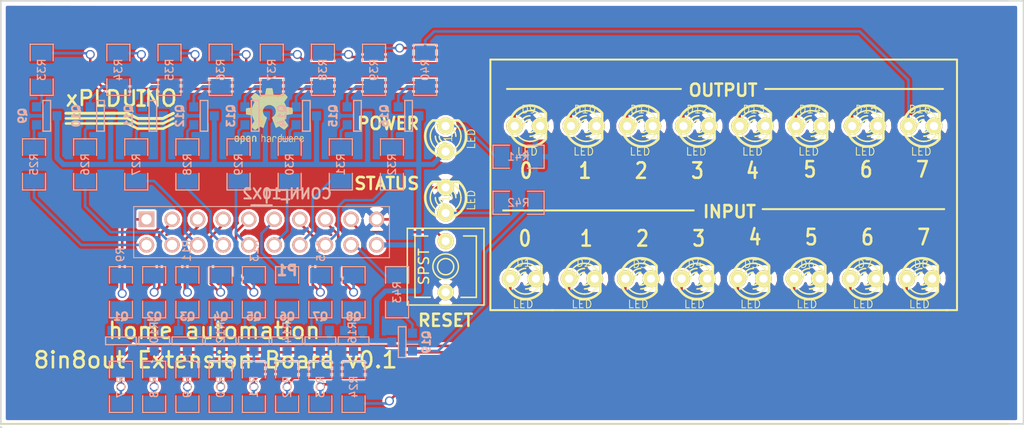
<source format=kicad_pcb>
(kicad_pcb (version 3) (host pcbnew "(2013-mar-13)-testing")
  (layers (15 F.Cu signal) (0 B.Cu signal) (18 B.Paste user hide) (19 F.Paste user) (20 B.SilkS user hide) (21 F.SilkS user hide) (22 B.Mask user) (23 F.Mask user) (28 Edge.Cuts user))
  (net 0 "")
  (net 1 +5V)
  (net 2 CMD0)
  (net 3 CMD1)
  (net 4 CMD2)
  (net 5 CMD3)
  (net 6 CMD4)
  (net 7 CMD5)
  (net 8 CMD6)
  (net 9 CMD7)
  (net 10 GND)
  (net 11 LED)
  (net 12 N-000001)
  (net 13 N-0000010)
  (net 14 N-0000011)
  (net 15 N-0000013)
  (net 16 N-0000014)
  (net 17 N-0000015)
  (net 18 N-0000016)
  (net 19 N-0000018)
  (net 20 N-0000019)
  (net 21 N-0000020)
  (net 22 N-0000021)
  (net 23 N-0000022)
  (net 24 N-0000024)
  (net 25 N-0000025)
  (net 26 N-0000026)
  (net 27 N-0000028)
  (net 28 N-0000029)
  (net 29 N-000003)
  (net 30 N-0000031)
  (net 31 N-0000032)
  (net 32 N-0000033)
  (net 33 N-0000034)
  (net 34 N-0000035)
  (net 35 N-0000036)
  (net 36 N-0000037)
  (net 37 N-0000038)
  (net 38 N-000004)
  (net 39 N-0000040)
  (net 40 N-0000041)
  (net 41 N-0000043)
  (net 42 N-0000044)
  (net 43 N-0000046)
  (net 44 N-0000047)
  (net 45 N-0000053)
  (net 46 N-0000054)
  (net 47 N-0000055)
  (net 48 N-0000056)
  (net 49 N-0000057)
  (net 50 N-0000058)
  (net 51 N-0000059)
  (net 52 N-0000060)
  (net 53 N-0000062)
  (net 54 N-0000063)
  (net 55 N-0000065)
  (net 56 N-0000066)
  (net 57 N-0000067)
  (net 58 N-0000068)
  (net 59 N-0000069)
  (net 60 N-000007)
  (net 61 N-0000071)
  (net 62 N-0000072)
  (net 63 N-000009)
  (net 64 OUT0)
  (net 65 OUT1)
  (net 66 OUT2)
  (net 67 OUT3)
  (net 68 OUT4)
  (net 69 OUT5)
  (net 70 OUT6)
  (net 71 OUT7)
  (net 72 RESET)
  (module SM1206 (layer B.Cu) (at 98.298 102.87 270)
    (fp_text reference R9 (at -3.7465 0.0635 270) (layer B.SilkS) (effects (font (size 0.762 0.762) (thickness 0.127)) (justify mirror)))
    (fp_text value R hide)
    (pad 1 smd rect (at -1.651 0 270) (size 1.524 2.032) (layers B.Cu B.Paste B.Mask) (net 2 CMD0))
    (pad 2 smd rect (at 1.651 0 270) (size 1.524 2.032) (layers B.Cu B.Paste B.Mask) (net 58 N-0000068))
  )
  (module SM1206 (layer B.Cu) (at 104.902 102.87 270)
    (fp_text reference R11 (at -4.1275 0.0635 270) (layer B.SilkS) (effects (font (size 0.762 0.762) (thickness 0.127)) (justify mirror)))
    (fp_text value R hide)
    (pad 1 smd rect (at -1.651 0 270) (size 1.524 2.032) (layers B.Cu B.Paste B.Mask) (net 4 CMD2))
    (pad 2 smd rect (at 1.651 0 270) (size 1.524 2.032) (layers B.Cu B.Paste B.Mask) (net 52 N-0000060))
  )
  (module SM1206 (layer B.Cu) (at 111.506 102.87 270)
    (fp_text reference R13 (at -4.1275 -0.0635 270) (layer B.SilkS) (effects (font (size 0.762 0.762) (thickness 0.127)) (justify mirror)))
    (fp_text value R hide)
    (pad 1 smd rect (at -1.651 0 270) (size 1.524 2.032) (layers B.Cu B.Paste B.Mask) (net 6 CMD4))
    (pad 2 smd rect (at 1.651 0 270) (size 1.524 2.032) (layers B.Cu B.Paste B.Mask) (net 54 N-0000063))
  )
  (module SM1206 (layer B.Cu) (at 118.11 102.87 270)
    (fp_text reference R15 (at -4.1275 -0.0635 270) (layer B.SilkS) (effects (font (size 0.762 0.762) (thickness 0.127)) (justify mirror)))
    (fp_text value R hide)
    (pad 1 smd rect (at -1.651 0 270) (size 1.524 2.032) (layers B.Cu B.Paste B.Mask) (net 8 CMD6))
    (pad 2 smd rect (at 1.651 0 270) (size 1.524 2.032) (layers B.Cu B.Paste B.Mask) (net 25 N-0000025))
  )
  (module SM1206 (layer B.Cu) (at 121.412 102.87 270)
    (fp_text reference R16 (at 4.0005 0.127 270) (layer B.SilkS) (effects (font (size 0.762 0.762) (thickness 0.127)) (justify mirror)))
    (fp_text value R hide)
    (pad 1 smd rect (at -1.651 0 270) (size 1.524 2.032) (layers B.Cu B.Paste B.Mask) (net 9 CMD7))
    (pad 2 smd rect (at 1.651 0 270) (size 1.524 2.032) (layers B.Cu B.Paste B.Mask) (net 23 N-0000022))
  )
  (module SM1206 (layer B.Cu) (at 114.808 102.87 270)
    (fp_text reference R14 (at 4.0005 0 270) (layer B.SilkS) (effects (font (size 0.762 0.762) (thickness 0.127)) (justify mirror)))
    (fp_text value R hide)
    (pad 1 smd rect (at -1.651 0 270) (size 1.524 2.032) (layers B.Cu B.Paste B.Mask) (net 7 CMD5))
    (pad 2 smd rect (at 1.651 0 270) (size 1.524 2.032) (layers B.Cu B.Paste B.Mask) (net 19 N-0000018))
  )
  (module SM1206 (layer B.Cu) (at 108.204 102.87 270)
    (fp_text reference R12 (at 4.0005 0 270) (layer B.SilkS) (effects (font (size 0.762 0.762) (thickness 0.127)) (justify mirror)))
    (fp_text value R hide)
    (pad 1 smd rect (at -1.651 0 270) (size 1.524 2.032) (layers B.Cu B.Paste B.Mask) (net 5 CMD3))
    (pad 2 smd rect (at 1.651 0 270) (size 1.524 2.032) (layers B.Cu B.Paste B.Mask) (net 51 N-0000059))
  )
  (module SM1206 (layer B.Cu) (at 101.6 102.87 270)
    (fp_text reference R10 (at 4.0005 0 270) (layer B.SilkS) (effects (font (size 0.762 0.762) (thickness 0.127)) (justify mirror)))
    (fp_text value R hide)
    (pad 1 smd rect (at -1.651 0 270) (size 1.524 2.032) (layers B.Cu B.Paste B.Mask) (net 3 CMD1))
    (pad 2 smd rect (at 1.651 0 270) (size 1.524 2.032) (layers B.Cu B.Paste B.Mask) (net 59 N-0000069))
  )
  (module SM1206 (layer B.Cu) (at 98.298 112.268 90)
    (fp_text reference R17 (at 0 0 90) (layer B.SilkS) (effects (font (size 0.762 0.762) (thickness 0.127)) (justify mirror)))
    (fp_text value R hide)
    (pad 1 smd rect (at -1.651 0 90) (size 1.524 2.032) (layers B.Cu B.Paste B.Mask) (net 48 N-0000056))
    (pad 2 smd rect (at 1.651 0 90) (size 1.524 2.032) (layers B.Cu B.Paste B.Mask) (net 47 N-0000055))
  )
  (module SM1206 (layer B.Cu) (at 101.6 112.268 90)
    (fp_text reference R18 (at 0 0 90) (layer B.SilkS) (effects (font (size 0.762 0.762) (thickness 0.127)) (justify mirror)))
    (fp_text value R hide)
    (pad 1 smd rect (at -1.651 0 90) (size 1.524 2.032) (layers B.Cu B.Paste B.Mask) (net 62 N-0000072))
    (pad 2 smd rect (at 1.651 0 90) (size 1.524 2.032) (layers B.Cu B.Paste B.Mask) (net 61 N-0000071))
  )
  (module pin_array_10x2 (layer B.Cu) (at 114.808 96.901)
    (fp_text reference P1 (at 0 3.81) (layer B.SilkS) (effects (font (size 1.016 1.016) (thickness 0.27432)) (justify mirror)))
    (fp_text value CONN_10X2 (at 0 -3.81) (layer B.SilkS) (effects (font (size 1.016 1.016) (thickness 0.2032)) (justify mirror)))
    (pad 1 thru_hole rect (at -13.97 -1.27) (size 1.524 1.524) (drill 1.016) (layers *.Cu *.Mask B.SilkS) (net 2 CMD0))
    (pad 2 thru_hole circle (at -13.97 1.27) (size 1.524 1.524) (drill 1.016) (layers *.Cu *.Mask B.SilkS) (net 64 OUT0))
    (pad 3 thru_hole circle (at -11.43 -1.27) (size 1.524 1.524) (drill 1.016) (layers *.Cu *.Mask B.SilkS) (net 3 CMD1))
    (pad 4 thru_hole circle (at -11.43 1.27) (size 1.524 1.524) (drill 1.016) (layers *.Cu *.Mask B.SilkS) (net 65 OUT1))
    (pad 5 thru_hole circle (at -8.89 -1.27) (size 1.524 1.524) (drill 1.016) (layers *.Cu *.Mask B.SilkS) (net 4 CMD2))
    (pad 6 thru_hole circle (at -8.89 1.27) (size 1.524 1.524) (drill 1.016) (layers *.Cu *.Mask B.SilkS) (net 66 OUT2))
    (pad 7 thru_hole circle (at -6.35 -1.27) (size 1.524 1.524) (drill 1.016) (layers *.Cu *.Mask B.SilkS) (net 5 CMD3))
    (pad 8 thru_hole circle (at -6.35 1.27) (size 1.524 1.524) (drill 1.016) (layers *.Cu *.Mask B.SilkS) (net 67 OUT3))
    (pad 9 thru_hole circle (at -3.81 -1.27) (size 1.524 1.524) (drill 1.016) (layers *.Cu *.Mask B.SilkS) (net 6 CMD4))
    (pad 10 thru_hole circle (at -3.81 1.27) (size 1.524 1.524) (drill 1.016) (layers *.Cu *.Mask B.SilkS) (net 68 OUT4))
    (pad 11 thru_hole circle (at -1.27 -1.27) (size 1.524 1.524) (drill 1.016) (layers *.Cu *.Mask B.SilkS) (net 7 CMD5))
    (pad 12 thru_hole circle (at -1.27 1.27) (size 1.524 1.524) (drill 1.016) (layers *.Cu *.Mask B.SilkS) (net 69 OUT5))
    (pad 13 thru_hole circle (at 1.27 -1.27) (size 1.524 1.524) (drill 1.016) (layers *.Cu *.Mask B.SilkS) (net 8 CMD6))
    (pad 14 thru_hole circle (at 1.27 1.27) (size 1.524 1.524) (drill 1.016) (layers *.Cu *.Mask B.SilkS) (net 70 OUT6))
    (pad 15 thru_hole circle (at 3.81 -1.27) (size 1.524 1.524) (drill 1.016) (layers *.Cu *.Mask B.SilkS) (net 9 CMD7))
    (pad 16 thru_hole circle (at 3.81 1.27) (size 1.524 1.524) (drill 1.016) (layers *.Cu *.Mask B.SilkS) (net 71 OUT7))
    (pad 17 thru_hole circle (at 6.35 -1.27) (size 1.524 1.524) (drill 1.016) (layers *.Cu *.Mask B.SilkS) (net 72 RESET))
    (pad 18 thru_hole circle (at 6.35 1.27) (size 1.524 1.524) (drill 1.016) (layers *.Cu *.Mask B.SilkS) (net 11 LED))
    (pad 19 thru_hole circle (at 8.89 -1.27) (size 1.524 1.524) (drill 1.016) (layers *.Cu *.Mask B.SilkS) (net 10 GND))
    (pad 20 thru_hole circle (at 8.89 1.27) (size 1.524 1.524) (drill 1.016) (layers *.Cu *.Mask B.SilkS) (net 1 +5V))
  )
  (module LED-3MM (layer F.Cu) (at 172.0342 101.5238)
    (fp_text reference D7 (at 0.1778 -1.4478) (layer F.SilkS) (effects (font (size 0.762 0.762) (thickness 0.0889))))
    (fp_text value LED (at 0 2.54) (layer F.SilkS) (effects (font (size 0.762 0.762) (thickness 0.0889))))
    (pad 1 thru_hole circle (at -1.27 0) (size 1.6764 1.6764) (drill 0.8128) (layers *.Cu *.Mask F.SilkS) (net 18 N-0000016))
    (pad 2 thru_hole circle (at 1.27 0) (size 1.6764 1.6764) (drill 0.8128) (layers *.Cu *.Mask F.SilkS) (net 10 GND))
  )
  (module LED-3MM (layer F.Cu) (at 138.2522 101.5238)
    (fp_text reference D1 (at 0.0508 -1.5748) (layer F.SilkS) (effects (font (size 0.762 0.762) (thickness 0.0889))))
    (fp_text value LED (at 0 2.54) (layer F.SilkS) (effects (font (size 0.762 0.762) (thickness 0.0889))))
    (pad 1 thru_hole circle (at -1.27 0) (size 1.6764 1.6764) (drill 0.8128) (layers *.Cu *.Mask F.SilkS) (net 48 N-0000056))
    (pad 2 thru_hole circle (at 1.27 0) (size 1.6764 1.6764) (drill 0.8128) (layers *.Cu *.Mask F.SilkS) (net 10 GND))
  )
  (module LED-3MM (layer F.Cu) (at 144.0942 101.5238)
    (fp_text reference D2 (at 0.1778 -1.5748) (layer F.SilkS) (effects (font (size 0.762 0.762) (thickness 0.0889))))
    (fp_text value LED (at 0 2.54) (layer F.SilkS) (effects (font (size 0.762 0.762) (thickness 0.0889))))
    (pad 1 thru_hole circle (at -1.27 0) (size 1.6764 1.6764) (drill 0.8128) (layers *.Cu *.Mask F.SilkS) (net 62 N-0000072))
    (pad 2 thru_hole circle (at 1.27 0) (size 1.6764 1.6764) (drill 0.8128) (layers *.Cu *.Mask F.SilkS) (net 10 GND))
  )
  (module LED-3MM (layer F.Cu) (at 130.556 93.726 90)
    (fp_text reference D18 (at 0.127 0 270) (layer F.SilkS) (effects (font (size 0.762 0.762) (thickness 0.0889))))
    (fp_text value LED (at 0 2.54 90) (layer F.SilkS) (effects (font (size 0.762 0.762) (thickness 0.0889))))
    (pad 1 thru_hole circle (at -1.27 0 90) (size 1.6764 1.6764) (drill 0.8128) (layers *.Cu *.Mask F.SilkS) (net 45 N-0000053))
    (pad 2 thru_hole circle (at 1.27 0 90) (size 1.6764 1.6764) (drill 0.8128) (layers *.Cu *.Mask F.SilkS) (net 10 GND))
  )
  (module LED-3MM (layer F.Cu) (at 149.6822 101.5238)
    (fp_text reference D3 (at 0.1778 -1.4478) (layer F.SilkS) (effects (font (size 0.762 0.762) (thickness 0.0889))))
    (fp_text value LED (at 0 2.54) (layer F.SilkS) (effects (font (size 0.762 0.762) (thickness 0.0889))))
    (pad 1 thru_hole circle (at -1.27 0) (size 1.6764 1.6764) (drill 0.8128) (layers *.Cu *.Mask F.SilkS) (net 56 N-0000066))
    (pad 2 thru_hole circle (at 1.27 0) (size 1.6764 1.6764) (drill 0.8128) (layers *.Cu *.Mask F.SilkS) (net 10 GND))
  )
  (module LED-3MM (layer F.Cu) (at 130.556 87.63 90)
    (fp_text reference D17 (at 0 0.254 90) (layer F.SilkS) (effects (font (size 0.762 0.762) (thickness 0.0889))))
    (fp_text value LED (at 0 2.54 90) (layer F.SilkS) (effects (font (size 0.762 0.762) (thickness 0.0889))))
    (pad 1 thru_hole circle (at -1.27 0 90) (size 1.6764 1.6764) (drill 0.8128) (layers *.Cu *.Mask F.SilkS) (net 1 +5V))
    (pad 2 thru_hole circle (at 1.27 0 90) (size 1.6764 1.6764) (drill 0.8128) (layers *.Cu *.Mask F.SilkS) (net 46 N-0000054))
  )
  (module LED-3MM (layer F.Cu) (at 155.2702 101.5238)
    (fp_text reference D4 (at 0.0508 -1.4478) (layer F.SilkS) (effects (font (size 0.762 0.762) (thickness 0.0889))))
    (fp_text value LED (at 0 2.54) (layer F.SilkS) (effects (font (size 0.762 0.762) (thickness 0.0889))))
    (pad 1 thru_hole circle (at -1.27 0) (size 1.6764 1.6764) (drill 0.8128) (layers *.Cu *.Mask F.SilkS) (net 50 N-0000058))
    (pad 2 thru_hole circle (at 1.27 0) (size 1.6764 1.6764) (drill 0.8128) (layers *.Cu *.Mask F.SilkS) (net 10 GND))
  )
  (module LED-3MM (layer F.Cu) (at 160.8582 101.5238)
    (fp_text reference D5 (at 0.0508 -1.4478) (layer F.SilkS) (effects (font (size 0.762 0.762) (thickness 0.0889))))
    (fp_text value LED (at 0 2.54) (layer F.SilkS) (effects (font (size 0.762 0.762) (thickness 0.0889))))
    (pad 1 thru_hole circle (at -1.27 0) (size 1.6764 1.6764) (drill 0.8128) (layers *.Cu *.Mask F.SilkS) (net 57 N-0000067))
    (pad 2 thru_hole circle (at 1.27 0) (size 1.6764 1.6764) (drill 0.8128) (layers *.Cu *.Mask F.SilkS) (net 10 GND))
  )
  (module LED-3MM (layer F.Cu) (at 166.4462 101.5238)
    (fp_text reference D6 (at 0.0508 -1.4478) (layer F.SilkS) (effects (font (size 0.762 0.762) (thickness 0.0889))))
    (fp_text value LED (at 0 2.54) (layer F.SilkS) (effects (font (size 0.762 0.762) (thickness 0.0889))))
    (pad 1 thru_hole circle (at -1.27 0) (size 1.6764 1.6764) (drill 0.8128) (layers *.Cu *.Mask F.SilkS) (net 21 N-0000020))
    (pad 2 thru_hole circle (at 1.27 0) (size 1.6764 1.6764) (drill 0.8128) (layers *.Cu *.Mask F.SilkS) (net 10 GND))
  )
  (module LED-3MM (layer F.Cu) (at 155.448 86.36)
    (fp_text reference D12 (at 0.127 -1.651) (layer F.SilkS) (effects (font (size 0.762 0.762) (thickness 0.0889))))
    (fp_text value LED (at 0 2.54) (layer F.SilkS) (effects (font (size 0.762 0.762) (thickness 0.0889))))
    (pad 1 thru_hole circle (at -1.27 0) (size 1.6764 1.6764) (drill 0.8128) (layers *.Cu *.Mask F.SilkS) (net 42 N-0000044))
    (pad 2 thru_hole circle (at 1.27 0) (size 1.6764 1.6764) (drill 0.8128) (layers *.Cu *.Mask F.SilkS) (net 10 GND))
  )
  (module LED-3MM (layer F.Cu) (at 177.6222 101.5238)
    (fp_text reference D8 (at 0.1778 -1.4478) (layer F.SilkS) (effects (font (size 0.762 0.762) (thickness 0.0889))))
    (fp_text value LED (at 0 2.54) (layer F.SilkS) (effects (font (size 0.762 0.762) (thickness 0.0889))))
    (pad 1 thru_hole circle (at -1.27 0) (size 1.6764 1.6764) (drill 0.8128) (layers *.Cu *.Mask F.SilkS) (net 22 N-0000021))
    (pad 2 thru_hole circle (at 1.27 0) (size 1.6764 1.6764) (drill 0.8128) (layers *.Cu *.Mask F.SilkS) (net 10 GND))
  )
  (module LED-3MM (layer F.Cu) (at 138.684 86.36)
    (fp_text reference D9 (at 0.127 -1.651) (layer F.SilkS) (effects (font (size 0.762 0.762) (thickness 0.0889))))
    (fp_text value LED (at 0 2.54) (layer F.SilkS) (effects (font (size 0.762 0.762) (thickness 0.0889))))
    (pad 1 thru_hole circle (at -1.27 0) (size 1.6764 1.6764) (drill 0.8128) (layers *.Cu *.Mask F.SilkS) (net 63 N-000009))
    (pad 2 thru_hole circle (at 1.27 0) (size 1.6764 1.6764) (drill 0.8128) (layers *.Cu *.Mask F.SilkS) (net 10 GND))
  )
  (module LED-3MM (layer F.Cu) (at 144.272 86.36)
    (fp_text reference D10 (at 0.127 -1.651) (layer F.SilkS) (effects (font (size 0.762 0.762) (thickness 0.0889))))
    (fp_text value LED (at 0 2.54) (layer F.SilkS) (effects (font (size 0.762 0.762) (thickness 0.0889))))
    (pad 1 thru_hole circle (at -1.27 0) (size 1.6764 1.6764) (drill 0.8128) (layers *.Cu *.Mask F.SilkS) (net 38 N-000004))
    (pad 2 thru_hole circle (at 1.27 0) (size 1.6764 1.6764) (drill 0.8128) (layers *.Cu *.Mask F.SilkS) (net 10 GND))
  )
  (module LED-3MM (layer F.Cu) (at 149.86 86.36)
    (fp_text reference D11 (at 0.127 -1.651) (layer F.SilkS) (effects (font (size 0.762 0.762) (thickness 0.0889))))
    (fp_text value LED (at 0 2.54) (layer F.SilkS) (effects (font (size 0.762 0.762) (thickness 0.0889))))
    (pad 1 thru_hole circle (at -1.27 0) (size 1.6764 1.6764) (drill 0.8128) (layers *.Cu *.Mask F.SilkS) (net 13 N-0000010))
    (pad 2 thru_hole circle (at 1.27 0) (size 1.6764 1.6764) (drill 0.8128) (layers *.Cu *.Mask F.SilkS) (net 10 GND))
  )
  (module LED-3MM (layer F.Cu) (at 177.8 86.36)
    (fp_text reference D16 (at -0.127 -1.651) (layer F.SilkS) (effects (font (size 0.762 0.762) (thickness 0.0889))))
    (fp_text value LED (at 0 2.54) (layer F.SilkS) (effects (font (size 0.762 0.762) (thickness 0.0889))))
    (pad 1 thru_hole circle (at -1.27 0) (size 1.6764 1.6764) (drill 0.8128) (layers *.Cu *.Mask F.SilkS) (net 26 N-0000026))
    (pad 2 thru_hole circle (at 1.27 0) (size 1.6764 1.6764) (drill 0.8128) (layers *.Cu *.Mask F.SilkS) (net 10 GND))
  )
  (module LED-3MM (layer F.Cu) (at 172.212 86.36)
    (fp_text reference D15 (at 0.127 -1.651) (layer F.SilkS) (effects (font (size 0.762 0.762) (thickness 0.0889))))
    (fp_text value LED (at 0 2.54) (layer F.SilkS) (effects (font (size 0.762 0.762) (thickness 0.0889))))
    (pad 1 thru_hole circle (at -1.27 0) (size 1.6764 1.6764) (drill 0.8128) (layers *.Cu *.Mask F.SilkS) (net 30 N-0000031))
    (pad 2 thru_hole circle (at 1.27 0) (size 1.6764 1.6764) (drill 0.8128) (layers *.Cu *.Mask F.SilkS) (net 10 GND))
  )
  (module LED-3MM (layer F.Cu) (at 166.624 86.36)
    (fp_text reference D14 (at 0.127 -1.651) (layer F.SilkS) (effects (font (size 0.762 0.762) (thickness 0.0889))))
    (fp_text value LED (at 0 2.54) (layer F.SilkS) (effects (font (size 0.762 0.762) (thickness 0.0889))))
    (pad 1 thru_hole circle (at -1.27 0) (size 1.6764 1.6764) (drill 0.8128) (layers *.Cu *.Mask F.SilkS) (net 43 N-0000046))
    (pad 2 thru_hole circle (at 1.27 0) (size 1.6764 1.6764) (drill 0.8128) (layers *.Cu *.Mask F.SilkS) (net 10 GND))
  )
  (module LED-3MM (layer F.Cu) (at 161.036 86.36)
    (fp_text reference D13 (at 0.127 -1.651) (layer F.SilkS) (effects (font (size 0.762 0.762) (thickness 0.0889))))
    (fp_text value LED (at 0 2.54) (layer F.SilkS) (effects (font (size 0.762 0.762) (thickness 0.0889))))
    (pad 1 thru_hole circle (at -1.27 0) (size 1.6764 1.6764) (drill 0.8128) (layers *.Cu *.Mask F.SilkS) (net 37 N-0000038))
    (pad 2 thru_hole circle (at 1.27 0) (size 1.6764 1.6764) (drill 0.8128) (layers *.Cu *.Mask F.SilkS) (net 10 GND))
  )
  (module SM1206 (layer B.Cu) (at 104.902 112.268 90)
    (fp_text reference R19 (at 0 0 90) (layer B.SilkS) (effects (font (size 0.762 0.762) (thickness 0.127)) (justify mirror)))
    (fp_text value R hide)
    (pad 1 smd rect (at -1.651 0 90) (size 1.524 2.032) (layers B.Cu B.Paste B.Mask) (net 56 N-0000066))
    (pad 2 smd rect (at 1.651 0 90) (size 1.524 2.032) (layers B.Cu B.Paste B.Mask) (net 53 N-0000062))
  )
  (module SM1206 (layer B.Cu) (at 108.204 112.268 90)
    (fp_text reference R20 (at 0 0 90) (layer B.SilkS) (effects (font (size 0.762 0.762) (thickness 0.127)) (justify mirror)))
    (fp_text value R hide)
    (pad 1 smd rect (at -1.651 0 90) (size 1.524 2.032) (layers B.Cu B.Paste B.Mask) (net 50 N-0000058))
    (pad 2 smd rect (at 1.651 0 90) (size 1.524 2.032) (layers B.Cu B.Paste B.Mask) (net 49 N-0000057))
  )
  (module SM1206 (layer B.Cu) (at 111.506 112.268 90)
    (fp_text reference R21 (at 0 0 90) (layer B.SilkS) (effects (font (size 0.762 0.762) (thickness 0.127)) (justify mirror)))
    (fp_text value R hide)
    (pad 1 smd rect (at -1.651 0 90) (size 1.524 2.032) (layers B.Cu B.Paste B.Mask) (net 57 N-0000067))
    (pad 2 smd rect (at 1.651 0 90) (size 1.524 2.032) (layers B.Cu B.Paste B.Mask) (net 55 N-0000065))
  )
  (module SM1206 (layer B.Cu) (at 114.808 112.268 90)
    (fp_text reference R22 (at 0 0 90) (layer B.SilkS) (effects (font (size 0.762 0.762) (thickness 0.127)) (justify mirror)))
    (fp_text value R hide)
    (pad 1 smd rect (at -1.651 0 90) (size 1.524 2.032) (layers B.Cu B.Paste B.Mask) (net 21 N-0000020))
    (pad 2 smd rect (at 1.651 0 90) (size 1.524 2.032) (layers B.Cu B.Paste B.Mask) (net 20 N-0000019))
  )
  (module SM1206 (layer B.Cu) (at 118.11 112.268 90)
    (fp_text reference R23 (at 0 0 90) (layer B.SilkS) (effects (font (size 0.762 0.762) (thickness 0.127)) (justify mirror)))
    (fp_text value R hide)
    (pad 1 smd rect (at -1.651 0 90) (size 1.524 2.032) (layers B.Cu B.Paste B.Mask) (net 18 N-0000016))
    (pad 2 smd rect (at 1.651 0 90) (size 1.524 2.032) (layers B.Cu B.Paste B.Mask) (net 17 N-0000015))
  )
  (module SM1206 (layer B.Cu) (at 121.412 112.268 90)
    (fp_text reference R24 (at 0 0 90) (layer B.SilkS) (effects (font (size 0.762 0.762) (thickness 0.127)) (justify mirror)))
    (fp_text value R hide)
    (pad 1 smd rect (at -1.651 0 90) (size 1.524 2.032) (layers B.Cu B.Paste B.Mask) (net 22 N-0000021))
    (pad 2 smd rect (at 1.651 0 90) (size 1.524 2.032) (layers B.Cu B.Paste B.Mask) (net 24 N-0000024))
  )
  (module SM1206 (layer B.Cu) (at 89.662 90.17 90)
    (fp_text reference R25 (at 0 0 90) (layer B.SilkS) (effects (font (size 0.762 0.762) (thickness 0.127)) (justify mirror)))
    (fp_text value R hide)
    (pad 1 smd rect (at -1.651 0 90) (size 1.524 2.032) (layers B.Cu B.Paste B.Mask) (net 64 OUT0))
    (pad 2 smd rect (at 1.651 0 90) (size 1.524 2.032) (layers B.Cu B.Paste B.Mask) (net 12 N-000001))
  )
  (module SM1206 (layer B.Cu) (at 94.742 90.17 90)
    (fp_text reference R26 (at 0 0 90) (layer B.SilkS) (effects (font (size 0.762 0.762) (thickness 0.127)) (justify mirror)))
    (fp_text value R hide)
    (pad 1 smd rect (at -1.651 0 90) (size 1.524 2.032) (layers B.Cu B.Paste B.Mask) (net 65 OUT1))
    (pad 2 smd rect (at 1.651 0 90) (size 1.524 2.032) (layers B.Cu B.Paste B.Mask) (net 16 N-0000014))
  )
  (module SM1206 (layer B.Cu) (at 99.822 90.17 90)
    (fp_text reference R27 (at 0 0 90) (layer B.SilkS) (effects (font (size 0.762 0.762) (thickness 0.127)) (justify mirror)))
    (fp_text value R hide)
    (pad 1 smd rect (at -1.651 0 90) (size 1.524 2.032) (layers B.Cu B.Paste B.Mask) (net 66 OUT2))
    (pad 2 smd rect (at 1.651 0 90) (size 1.524 2.032) (layers B.Cu B.Paste B.Mask) (net 14 N-0000011))
  )
  (module SM1206 (layer B.Cu) (at 104.902 90.17 90)
    (fp_text reference R28 (at 0 0 90) (layer B.SilkS) (effects (font (size 0.762 0.762) (thickness 0.127)) (justify mirror)))
    (fp_text value R hide)
    (pad 1 smd rect (at -1.651 0 90) (size 1.524 2.032) (layers B.Cu B.Paste B.Mask) (net 67 OUT3))
    (pad 2 smd rect (at 1.651 0 90) (size 1.524 2.032) (layers B.Cu B.Paste B.Mask) (net 39 N-0000040))
  )
  (module SM1206 (layer B.Cu) (at 109.982 90.17 90)
    (fp_text reference R29 (at 0 0 90) (layer B.SilkS) (effects (font (size 0.762 0.762) (thickness 0.127)) (justify mirror)))
    (fp_text value R hide)
    (pad 1 smd rect (at -1.651 0 90) (size 1.524 2.032) (layers B.Cu B.Paste B.Mask) (net 68 OUT4))
    (pad 2 smd rect (at 1.651 0 90) (size 1.524 2.032) (layers B.Cu B.Paste B.Mask) (net 44 N-0000047))
  )
  (module SM1206 (layer B.Cu) (at 115.062 90.17 90)
    (fp_text reference R30 (at 0 0 90) (layer B.SilkS) (effects (font (size 0.762 0.762) (thickness 0.127)) (justify mirror)))
    (fp_text value R hide)
    (pad 1 smd rect (at -1.651 0 90) (size 1.524 2.032) (layers B.Cu B.Paste B.Mask) (net 69 OUT5))
    (pad 2 smd rect (at 1.651 0 90) (size 1.524 2.032) (layers B.Cu B.Paste B.Mask) (net 31 N-0000032))
  )
  (module SM1206 (layer B.Cu) (at 120.142 90.17 90)
    (fp_text reference R31 (at 0 0 90) (layer B.SilkS) (effects (font (size 0.762 0.762) (thickness 0.127)) (justify mirror)))
    (fp_text value R hide)
    (pad 1 smd rect (at -1.651 0 90) (size 1.524 2.032) (layers B.Cu B.Paste B.Mask) (net 70 OUT6))
    (pad 2 smd rect (at 1.651 0 90) (size 1.524 2.032) (layers B.Cu B.Paste B.Mask) (net 27 N-0000028))
  )
  (module SM1206 (layer B.Cu) (at 125.222 90.17 90)
    (fp_text reference R32 (at 0 0 90) (layer B.SilkS) (effects (font (size 0.762 0.762) (thickness 0.127)) (justify mirror)))
    (fp_text value R hide)
    (pad 1 smd rect (at -1.651 0 90) (size 1.524 2.032) (layers B.Cu B.Paste B.Mask) (net 71 OUT7))
    (pad 2 smd rect (at 1.651 0 90) (size 1.524 2.032) (layers B.Cu B.Paste B.Mask) (net 36 N-0000037))
  )
  (module SM1206 (layer B.Cu) (at 90.424 80.772 270)
    (fp_text reference R33 (at 0 0 270) (layer B.SilkS) (effects (font (size 0.762 0.762) (thickness 0.127)) (justify mirror)))
    (fp_text value R hide)
    (pad 1 smd rect (at -1.651 0 270) (size 1.524 2.032) (layers B.Cu B.Paste B.Mask) (net 63 N-000009))
    (pad 2 smd rect (at 1.651 0 270) (size 1.524 2.032) (layers B.Cu B.Paste B.Mask) (net 60 N-000007))
  )
  (module SM1206 (layer B.Cu) (at 98.044 80.772 270)
    (fp_text reference R34 (at 0 0 270) (layer B.SilkS) (effects (font (size 0.762 0.762) (thickness 0.127)) (justify mirror)))
    (fp_text value R hide)
    (pad 1 smd rect (at -1.651 0 270) (size 1.524 2.032) (layers B.Cu B.Paste B.Mask) (net 38 N-000004))
    (pad 2 smd rect (at 1.651 0 270) (size 1.524 2.032) (layers B.Cu B.Paste B.Mask) (net 29 N-000003))
  )
  (module SM1206 (layer B.Cu) (at 103.124 80.772 270)
    (fp_text reference R35 (at 0 0 270) (layer B.SilkS) (effects (font (size 0.762 0.762) (thickness 0.127)) (justify mirror)))
    (fp_text value R hide)
    (pad 1 smd rect (at -1.651 0 270) (size 1.524 2.032) (layers B.Cu B.Paste B.Mask) (net 13 N-0000010))
    (pad 2 smd rect (at 1.651 0 270) (size 1.524 2.032) (layers B.Cu B.Paste B.Mask) (net 15 N-0000013))
  )
  (module SM1206 (layer B.Cu) (at 108.204 80.772 270)
    (fp_text reference R36 (at 0 0 270) (layer B.SilkS) (effects (font (size 0.762 0.762) (thickness 0.127)) (justify mirror)))
    (fp_text value R hide)
    (pad 1 smd rect (at -1.651 0 270) (size 1.524 2.032) (layers B.Cu B.Paste B.Mask) (net 42 N-0000044))
    (pad 2 smd rect (at 1.651 0 270) (size 1.524 2.032) (layers B.Cu B.Paste B.Mask) (net 40 N-0000041))
  )
  (module SM1206 (layer B.Cu) (at 113.284 80.772 270)
    (fp_text reference R37 (at 0 0 270) (layer B.SilkS) (effects (font (size 0.762 0.762) (thickness 0.127)) (justify mirror)))
    (fp_text value R hide)
    (pad 1 smd rect (at -1.651 0 270) (size 1.524 2.032) (layers B.Cu B.Paste B.Mask) (net 37 N-0000038))
    (pad 2 smd rect (at 1.651 0 270) (size 1.524 2.032) (layers B.Cu B.Paste B.Mask) (net 41 N-0000043))
  )
  (module SM1206 (layer B.Cu) (at 118.364 80.772 270)
    (fp_text reference R38 (at 0 0 270) (layer B.SilkS) (effects (font (size 0.762 0.762) (thickness 0.127)) (justify mirror)))
    (fp_text value R hide)
    (pad 1 smd rect (at -1.651 0 270) (size 1.524 2.032) (layers B.Cu B.Paste B.Mask) (net 43 N-0000046))
    (pad 2 smd rect (at 1.651 0 270) (size 1.524 2.032) (layers B.Cu B.Paste B.Mask) (net 32 N-0000033))
  )
  (module SM1206 (layer B.Cu) (at 123.444 80.772 270)
    (fp_text reference R39 (at 0 0 270) (layer B.SilkS) (effects (font (size 0.762 0.762) (thickness 0.127)) (justify mirror)))
    (fp_text value R hide)
    (pad 1 smd rect (at -1.651 0 270) (size 1.524 2.032) (layers B.Cu B.Paste B.Mask) (net 30 N-0000031))
    (pad 2 smd rect (at 1.651 0 270) (size 1.524 2.032) (layers B.Cu B.Paste B.Mask) (net 28 N-0000029))
  )
  (module SM1206 (layer B.Cu) (at 128.524 80.772 270)
    (fp_text reference R40 (at 0 0 270) (layer B.SilkS) (effects (font (size 0.762 0.762) (thickness 0.127)) (justify mirror)))
    (fp_text value R hide)
    (pad 1 smd rect (at -1.651 0 270) (size 1.524 2.032) (layers B.Cu B.Paste B.Mask) (net 26 N-0000026))
    (pad 2 smd rect (at 1.651 0 270) (size 1.524 2.032) (layers B.Cu B.Paste B.Mask) (net 33 N-0000034))
  )
  (module SM1206 (layer B.Cu) (at 137.795 89.408 180)
    (fp_text reference R41 (at 0 0 180) (layer B.SilkS) (effects (font (size 0.762 0.762) (thickness 0.127)) (justify mirror)))
    (fp_text value R hide)
    (pad 1 smd rect (at -1.651 0 180) (size 1.524 2.032) (layers B.Cu B.Paste B.Mask) (net 10 GND))
    (pad 2 smd rect (at 1.651 0 180) (size 1.524 2.032) (layers B.Cu B.Paste B.Mask) (net 46 N-0000054))
  )
  (module SM1206 (layer B.Cu) (at 137.795 93.98)
    (fp_text reference R42 (at 0 0) (layer B.SilkS) (effects (font (size 0.762 0.762) (thickness 0.127)) (justify mirror)))
    (fp_text value R hide)
    (pad 1 smd rect (at -1.651 0) (size 1.524 2.032) (layers B.Cu B.Paste B.Mask) (net 45 N-0000053))
    (pad 2 smd rect (at 1.651 0) (size 1.524 2.032) (layers B.Cu B.Paste B.Mask) (net 34 N-0000035))
  )
  (module PB (layer F.Cu) (at 130.556 100.33 270)
    (fp_text reference SW_RESET1 hide)
    (fp_text value SPST (at 0 2.159 270) (layer F.SilkS))
    (pad 1 thru_hole circle (at -2.54 0 270) (size 1.59766 1.59766) (drill 0.8) (layers *.Cu *.Mask F.SilkS) (net 72 RESET))
    (pad 2 thru_hole circle (at 2.54 0 270) (size 1.59766 1.59766) (drill 0.8) (layers *.Cu *.Mask F.SilkS) (net 10 GND))
  )
  (module logo_xplduino (layer F.Cu) (at 98.171 85.344)
    (fp_text reference logo_xplduino hide)
    (fp_text value VAL** hide)
  )
  (module OSHWLOGO0.3IN (layer F.Cu) (at 109.22 81.661)
    (fp_text reference G*** hide)
    (fp_text value LOGO hide)
  )
  (module SM1206 (layer B.Cu) (at 125.73 102.87 270)
    (fp_text reference R43 (at 0 0 270) (layer B.SilkS) (effects (font (size 0.762 0.762) (thickness 0.127)) (justify mirror)))
    (fp_text value R hide)
    (pad 1 smd rect (at -1.651 0 270) (size 1.524 2.032) (layers B.Cu B.Paste B.Mask) (net 11 LED))
    (pad 2 smd rect (at 1.651 0 270) (size 1.524 2.032) (layers B.Cu B.Paste B.Mask) (net 35 N-0000036))
  )
  (module SOT23EBC (layer B.Cu) (at 98.298 107.696 180)
    (fp_text reference Q1 (at 0 2.413 180) (layer B.SilkS) (effects (font (size 0.762 0.762) (thickness 0.2032)) (justify mirror)))
    (fp_text value PNP hide)
    (pad 1 smd rect (at -0.889 1.016 180) (size 0.9144 0.9144) (layers B.Cu B.Paste B.Mask) (net 1 +5V))
    (pad 2 smd rect (at 0.889 1.016 180) (size 0.9144 0.9144) (layers B.Cu B.Paste B.Mask) (net 58 N-0000068))
    (pad 3 smd rect (at 0 -1.016 180) (size 0.9144 0.9144) (layers B.Cu B.Paste B.Mask) (net 47 N-0000055))
  )
  (module SOT23EBC (layer B.Cu) (at 101.6 107.696 180)
    (fp_text reference Q2 (at 0 2.413 180) (layer B.SilkS) (effects (font (size 0.762 0.762) (thickness 0.2032)) (justify mirror)))
    (fp_text value PNP hide)
    (pad 1 smd rect (at -0.889 1.016 180) (size 0.9144 0.9144) (layers B.Cu B.Paste B.Mask) (net 1 +5V))
    (pad 2 smd rect (at 0.889 1.016 180) (size 0.9144 0.9144) (layers B.Cu B.Paste B.Mask) (net 59 N-0000069))
    (pad 3 smd rect (at 0 -1.016 180) (size 0.9144 0.9144) (layers B.Cu B.Paste B.Mask) (net 61 N-0000071))
  )
  (module SOT23EBC (layer B.Cu) (at 104.902 107.696 180)
    (fp_text reference Q3 (at 0 2.413 180) (layer B.SilkS) (effects (font (size 0.762 0.762) (thickness 0.2032)) (justify mirror)))
    (fp_text value PNP hide)
    (pad 1 smd rect (at -0.889 1.016 180) (size 0.9144 0.9144) (layers B.Cu B.Paste B.Mask) (net 1 +5V))
    (pad 2 smd rect (at 0.889 1.016 180) (size 0.9144 0.9144) (layers B.Cu B.Paste B.Mask) (net 52 N-0000060))
    (pad 3 smd rect (at 0 -1.016 180) (size 0.9144 0.9144) (layers B.Cu B.Paste B.Mask) (net 53 N-0000062))
  )
  (module SOT23EBC (layer B.Cu) (at 108.204 107.696 180)
    (fp_text reference Q4 (at 0 2.413 180) (layer B.SilkS) (effects (font (size 0.762 0.762) (thickness 0.2032)) (justify mirror)))
    (fp_text value PNP hide)
    (pad 1 smd rect (at -0.889 1.016 180) (size 0.9144 0.9144) (layers B.Cu B.Paste B.Mask) (net 1 +5V))
    (pad 2 smd rect (at 0.889 1.016 180) (size 0.9144 0.9144) (layers B.Cu B.Paste B.Mask) (net 51 N-0000059))
    (pad 3 smd rect (at 0 -1.016 180) (size 0.9144 0.9144) (layers B.Cu B.Paste B.Mask) (net 49 N-0000057))
  )
  (module SOT23EBC (layer B.Cu) (at 111.506 107.696 180)
    (fp_text reference Q5 (at 0 2.413 180) (layer B.SilkS) (effects (font (size 0.762 0.762) (thickness 0.2032)) (justify mirror)))
    (fp_text value PNP hide)
    (pad 1 smd rect (at -0.889 1.016 180) (size 0.9144 0.9144) (layers B.Cu B.Paste B.Mask) (net 1 +5V))
    (pad 2 smd rect (at 0.889 1.016 180) (size 0.9144 0.9144) (layers B.Cu B.Paste B.Mask) (net 54 N-0000063))
    (pad 3 smd rect (at 0 -1.016 180) (size 0.9144 0.9144) (layers B.Cu B.Paste B.Mask) (net 55 N-0000065))
  )
  (module SOT23EBC (layer B.Cu) (at 114.808 107.696 180)
    (fp_text reference Q6 (at 0 2.413 180) (layer B.SilkS) (effects (font (size 0.762 0.762) (thickness 0.2032)) (justify mirror)))
    (fp_text value PNP hide)
    (pad 1 smd rect (at -0.889 1.016 180) (size 0.9144 0.9144) (layers B.Cu B.Paste B.Mask) (net 1 +5V))
    (pad 2 smd rect (at 0.889 1.016 180) (size 0.9144 0.9144) (layers B.Cu B.Paste B.Mask) (net 19 N-0000018))
    (pad 3 smd rect (at 0 -1.016 180) (size 0.9144 0.9144) (layers B.Cu B.Paste B.Mask) (net 20 N-0000019))
  )
  (module SOT23EBC (layer B.Cu) (at 118.11 107.696 180)
    (fp_text reference Q7 (at 0 2.413 180) (layer B.SilkS) (effects (font (size 0.762 0.762) (thickness 0.2032)) (justify mirror)))
    (fp_text value PNP hide)
    (pad 1 smd rect (at -0.889 1.016 180) (size 0.9144 0.9144) (layers B.Cu B.Paste B.Mask) (net 1 +5V))
    (pad 2 smd rect (at 0.889 1.016 180) (size 0.9144 0.9144) (layers B.Cu B.Paste B.Mask) (net 25 N-0000025))
    (pad 3 smd rect (at 0 -1.016 180) (size 0.9144 0.9144) (layers B.Cu B.Paste B.Mask) (net 17 N-0000015))
  )
  (module SOT23EBC (layer B.Cu) (at 121.412 107.696 180)
    (fp_text reference Q8 (at 0 2.413 180) (layer B.SilkS) (effects (font (size 0.762 0.762) (thickness 0.2032)) (justify mirror)))
    (fp_text value PNP hide)
    (pad 1 smd rect (at -0.889 1.016 180) (size 0.9144 0.9144) (layers B.Cu B.Paste B.Mask) (net 1 +5V))
    (pad 2 smd rect (at 0.889 1.016 180) (size 0.9144 0.9144) (layers B.Cu B.Paste B.Mask) (net 23 N-0000022))
    (pad 3 smd rect (at 0 -1.016 180) (size 0.9144 0.9144) (layers B.Cu B.Paste B.Mask) (net 24 N-0000024))
  )
  (module SOT23EBC (layer B.Cu) (at 90.932 85.344 270)
    (fp_text reference Q9 (at 0 2.413 270) (layer B.SilkS) (effects (font (size 0.762 0.762) (thickness 0.2032)) (justify mirror)))
    (fp_text value NPN hide)
    (pad 1 smd rect (at -0.889 1.016 270) (size 0.9144 0.9144) (layers B.Cu B.Paste B.Mask) (net 60 N-000007))
    (pad 2 smd rect (at 0.889 1.016 270) (size 0.9144 0.9144) (layers B.Cu B.Paste B.Mask) (net 12 N-000001))
    (pad 3 smd rect (at 0 -1.016 270) (size 0.9144 0.9144) (layers B.Cu B.Paste B.Mask) (net 1 +5V))
  )
  (module SOT23EBC (layer B.Cu) (at 96.266 85.344 270)
    (fp_text reference Q10 (at 0 2.413 270) (layer B.SilkS) (effects (font (size 0.762 0.762) (thickness 0.2032)) (justify mirror)))
    (fp_text value NPN hide)
    (pad 1 smd rect (at -0.889 1.016 270) (size 0.9144 0.9144) (layers B.Cu B.Paste B.Mask) (net 29 N-000003))
    (pad 2 smd rect (at 0.889 1.016 270) (size 0.9144 0.9144) (layers B.Cu B.Paste B.Mask) (net 16 N-0000014))
    (pad 3 smd rect (at 0 -1.016 270) (size 0.9144 0.9144) (layers B.Cu B.Paste B.Mask) (net 1 +5V))
  )
  (module SOT23EBC (layer B.Cu) (at 101.473 85.344 270)
    (fp_text reference Q11 (at 0 2.413 270) (layer B.SilkS) (effects (font (size 0.762 0.762) (thickness 0.2032)) (justify mirror)))
    (fp_text value NPN hide)
    (pad 1 smd rect (at -0.889 1.016 270) (size 0.9144 0.9144) (layers B.Cu B.Paste B.Mask) (net 15 N-0000013))
    (pad 2 smd rect (at 0.889 1.016 270) (size 0.9144 0.9144) (layers B.Cu B.Paste B.Mask) (net 14 N-0000011))
    (pad 3 smd rect (at 0 -1.016 270) (size 0.9144 0.9144) (layers B.Cu B.Paste B.Mask) (net 1 +5V))
  )
  (module SOT23EBC (layer B.Cu) (at 106.553 85.344 270)
    (fp_text reference Q12 (at 0 2.413 270) (layer B.SilkS) (effects (font (size 0.762 0.762) (thickness 0.2032)) (justify mirror)))
    (fp_text value NPN hide)
    (pad 1 smd rect (at -0.889 1.016 270) (size 0.9144 0.9144) (layers B.Cu B.Paste B.Mask) (net 40 N-0000041))
    (pad 2 smd rect (at 0.889 1.016 270) (size 0.9144 0.9144) (layers B.Cu B.Paste B.Mask) (net 39 N-0000040))
    (pad 3 smd rect (at 0 -1.016 270) (size 0.9144 0.9144) (layers B.Cu B.Paste B.Mask) (net 1 +5V))
  )
  (module SOT23EBC (layer B.Cu) (at 111.633 85.344 270)
    (fp_text reference Q13 (at 0 2.413 270) (layer B.SilkS) (effects (font (size 0.762 0.762) (thickness 0.2032)) (justify mirror)))
    (fp_text value NPN hide)
    (pad 1 smd rect (at -0.889 1.016 270) (size 0.9144 0.9144) (layers B.Cu B.Paste B.Mask) (net 41 N-0000043))
    (pad 2 smd rect (at 0.889 1.016 270) (size 0.9144 0.9144) (layers B.Cu B.Paste B.Mask) (net 44 N-0000047))
    (pad 3 smd rect (at 0 -1.016 270) (size 0.9144 0.9144) (layers B.Cu B.Paste B.Mask) (net 1 +5V))
  )
  (module SOT23EBC (layer B.Cu) (at 116.713 85.344 270)
    (fp_text reference Q14 (at 0 2.413 270) (layer B.SilkS) (effects (font (size 0.762 0.762) (thickness 0.2032)) (justify mirror)))
    (fp_text value NPN hide)
    (pad 1 smd rect (at -0.889 1.016 270) (size 0.9144 0.9144) (layers B.Cu B.Paste B.Mask) (net 32 N-0000033))
    (pad 2 smd rect (at 0.889 1.016 270) (size 0.9144 0.9144) (layers B.Cu B.Paste B.Mask) (net 31 N-0000032))
    (pad 3 smd rect (at 0 -1.016 270) (size 0.9144 0.9144) (layers B.Cu B.Paste B.Mask) (net 1 +5V))
  )
  (module SOT23EBC (layer B.Cu) (at 121.793 85.344 270)
    (fp_text reference Q15 (at 0 2.413 270) (layer B.SilkS) (effects (font (size 0.762 0.762) (thickness 0.2032)) (justify mirror)))
    (fp_text value NPN hide)
    (pad 1 smd rect (at -0.889 1.016 270) (size 0.9144 0.9144) (layers B.Cu B.Paste B.Mask) (net 28 N-0000029))
    (pad 2 smd rect (at 0.889 1.016 270) (size 0.9144 0.9144) (layers B.Cu B.Paste B.Mask) (net 27 N-0000028))
    (pad 3 smd rect (at 0 -1.016 270) (size 0.9144 0.9144) (layers B.Cu B.Paste B.Mask) (net 1 +5V))
  )
  (module SOT23EBC (layer B.Cu) (at 126.873 85.344 270)
    (fp_text reference Q16 (at 0 2.413 270) (layer B.SilkS) (effects (font (size 0.762 0.762) (thickness 0.2032)) (justify mirror)))
    (fp_text value NPN hide)
    (pad 1 smd rect (at -0.889 1.016 270) (size 0.9144 0.9144) (layers B.Cu B.Paste B.Mask) (net 33 N-0000034))
    (pad 2 smd rect (at 0.889 1.016 270) (size 0.9144 0.9144) (layers B.Cu B.Paste B.Mask) (net 36 N-0000037))
    (pad 3 smd rect (at 0 -1.016 270) (size 0.9144 0.9144) (layers B.Cu B.Paste B.Mask) (net 1 +5V))
  )
  (module SOT23EBC (layer B.Cu) (at 126.238 107.823 90)
    (fp_text reference Q19 (at 0 2.413 90) (layer B.SilkS) (effects (font (size 0.762 0.762) (thickness 0.2032)) (justify mirror)))
    (fp_text value NPN hide)
    (pad 1 smd rect (at -0.889 1.016 90) (size 0.9144 0.9144) (layers B.Cu B.Paste B.Mask) (net 34 N-0000035))
    (pad 2 smd rect (at 0.889 1.016 90) (size 0.9144 0.9144) (layers B.Cu B.Paste B.Mask) (net 35 N-0000036))
    (pad 3 smd rect (at 0 -1.016 90) (size 0.9144 0.9144) (layers B.Cu B.Paste B.Mask) (net 1 +5V))
  )
  (gr_line (start 135.001 104.648) (end 135.001 79.756) (angle 90) (layer F.SilkS) (width 0.2))
  (gr_line (start 181.356 79.756) (end 181.356 104.648) (angle 90) (layer F.SilkS) (width 0.2))
  (gr_line (start 135.001 79.756) (end 181.356 79.756) (angle 90) (layer F.SilkS) (width 0.2))
  (gr_line (start 187.96 73.914) (end 187.96 115.951) (angle 90) (layer Edge.Cuts) (width 0.15))
  (gr_line (start 186.436 73.914) (end 187.96 73.914) (angle 90) (layer Edge.Cuts) (width 0.15))
  (gr_line (start 186.436 115.951) (end 187.96 115.951) (angle 90) (layer Edge.Cuts) (width 0.15))
  (gr_line (start 186.436 73.914) (end 86.36 73.914) (angle 90) (layer F.SilkS) (width 0.2))
  (gr_line (start 86.36 115.951) (end 186.436 115.951) (angle 90) (layer F.SilkS) (width 0.2))
  (gr_line (start 86.36 73.914) (end 86.36 115.951) (angle 90) (layer F.SilkS) (width 0.2))
  (gr_line (start 86.36 73.914) (end 86.36 115.824) (angle 90) (layer Edge.Cuts) (width 0.15))
  (gr_line (start 86.36 73.914) (end 186.436 73.914) (angle 90) (layer Edge.Cuts) (width 0.15))
  (gr_line (start 86.36 115.951) (end 86.36 115.824) (angle 90) (layer Edge.Cuts) (width 0.15))
  (gr_line (start 186.436 115.951) (end 86.36 115.951) (angle 90) (layer Edge.Cuts) (width 0.15))
  (gr_text "8in8out Extension Board v0.1" (at 107.696 109.601) (layer F.SilkS) (effects (font (size 1.6 1.6) (thickness 0.25))))
  (gr_line (start 162.052 94.615) (end 180.086 94.615) (angle 90) (layer F.SilkS) (width 0.2))
  (gr_line (start 136.271 94.742) (end 155.194 94.742) (angle 90) (layer F.SilkS) (width 0.2))
  (gr_line (start 141.224 104.648) (end 135.001 104.648) (angle 90) (layer F.SilkS) (width 0.2))
  (gr_line (start 181.356 104.648) (end 180.213 104.648) (angle 90) (layer F.SilkS) (width 0.2))
  (gr_line (start 162.306 82.677) (end 179.959 82.677) (angle 90) (layer F.SilkS) (width 0.2))
  (gr_line (start 136.652 82.677) (end 153.924 82.677) (angle 90) (layer F.SilkS) (width 0.2))
  (gr_text "home automation" (at 107.569 106.68) (layer F.SilkS) (effects (font (size 1.6 1.6) (thickness 0.25))))
  (gr_text POWER (at 124.841 86.106) (layer F.SilkS) (effects (font (size 1.2 1.2) (thickness 0.25))))
  (gr_text STATUS (at 124.714 92.075) (layer F.SilkS) (effects (font (size 1.2 1.2) (thickness 0.25))))
  (gr_line (start 111.252 94.234) (end 111.633 94.234) (angle 90) (layer B.SilkS) (width 0.2))
  (gr_line (start 112.776 92.71) (end 112.776 93.98) (angle 90) (layer B.SilkS) (width 0.2))
  (gr_line (start 113.157 92.71) (end 112.776 92.71) (angle 90) (layer B.SilkS) (width 0.2))
  (gr_line (start 111.506 94.234) (end 112.014 94.234) (angle 90) (layer B.SilkS) (width 0.2))
  (gr_line (start 113.03 92.71) (end 113.538 92.71) (angle 90) (layer B.SilkS) (width 0.2))
  (gr_line (start 113.284 94.234) (end 111.887 94.234) (angle 90) (layer B.SilkS) (width 0.2))
  (gr_line (start 114.808 92.71) (end 114.808 93.98) (angle 90) (layer B.SilkS) (width 0.2))
  (gr_line (start 113.411 92.71) (end 114.808 92.71) (angle 90) (layer B.SilkS) (width 0.2))
  (gr_text RESET (at 130.556 105.664) (layer F.SilkS) (effects (font (size 1.2 1.2) (thickness 0.25))))
  (gr_line (start 180.467 104.648) (end 141.097 104.648) (angle 90) (layer F.SilkS) (width 0.2))
  (gr_text INPUT (at 158.75 94.869) (layer F.SilkS) (effects (font (size 1.2 1.2) (thickness 0.25))))
  (gr_text 0 (at 138.43 97.536) (layer F.SilkS) (effects (font (size 1.54 1.27) (thickness 0.25))))
  (gr_text 1 (at 144.526 97.536) (layer F.SilkS) (effects (font (size 1.54 1.27) (thickness 0.25))))
  (gr_text 2 (at 150.114 97.536) (layer F.SilkS) (effects (font (size 1.54 1.27) (thickness 0.25))))
  (gr_text 3 (at 155.702 97.536) (layer F.SilkS) (effects (font (size 1.54 1.27) (thickness 0.25))))
  (gr_text 7 (at 178.054 97.409) (layer F.SilkS) (effects (font (size 1.54 1.27) (thickness 0.25))))
  (gr_text 6 (at 172.466 97.409) (layer F.SilkS) (effects (font (size 1.54 1.27) (thickness 0.25))))
  (gr_text 5 (at 166.878 97.409) (layer F.SilkS) (effects (font (size 1.54 1.27) (thickness 0.25))))
  (gr_text 4 (at 161.29 97.409) (layer F.SilkS) (effects (font (size 1.54 1.27) (thickness 0.25))))
  (gr_text 4 (at 161.036 90.805) (layer F.SilkS) (effects (font (size 1.54 1.27) (thickness 0.25))))
  (gr_text 5 (at 166.751 90.678) (layer F.SilkS) (effects (font (size 1.54 1.27) (thickness 0.25))))
  (gr_text 6 (at 172.339 90.678) (layer F.SilkS) (effects (font (size 1.54 1.27) (thickness 0.25))))
  (gr_text 7 (at 177.927 90.678) (layer F.SilkS) (effects (font (size 1.54 1.27) (thickness 0.25))))
  (gr_text 3 (at 155.575 90.805) (layer F.SilkS) (effects (font (size 1.54 1.27) (thickness 0.25))))
  (gr_text 2 (at 149.987 90.805) (layer F.SilkS) (effects (font (size 1.54 1.27) (thickness 0.25))))
  (gr_text 1 (at 144.399 90.805) (layer F.SilkS) (effects (font (size 1.54 1.27) (thickness 0.25))))
  (gr_text 0 (at 138.557 90.805) (layer F.SilkS) (effects (font (size 1.54 1.27) (thickness 0.25))))
  (gr_text OUTPUT (at 158.115 82.804) (layer F.SilkS) (effects (font (size 1.2 1.2) (thickness 0.25))))
  (target plus (at 86.36 116.332) (size 0.005) (width 0.15) (layer Edge.Cuts))
  (segment (start 107.569 85.344) (end 107.569 90.17) (width 0.508) (layer B.Cu) (net 1))
  (segment (start 107.569 90.17) (end 107.569 90.043) (width 0.508) (layer B.Cu) (net 1))
  (segment (start 107.569 90.043) (end 107.569 90.17) (width 0.508) (layer B.Cu) (net 1))
  (segment (start 123.698 98.171) (end 127.889 98.171) (width 0.508) (layer B.Cu) (net 1))
  (segment (start 123.698 104.775) (end 123.698 103.632) (width 0.508) (layer B.Cu) (net 1))
  (segment (start 127.889 102.743) (end 127.889 98.171) (width 0.508) (layer B.Cu) (net 1))
  (segment (start 127.889 98.171) (end 127.889 97.409) (width 0.508) (layer B.Cu) (net 1))
  (segment (start 124.587 102.743) (end 127.889 102.743) (width 0.508) (layer B.Cu) (net 1))
  (segment (start 123.698 103.632) (end 124.587 102.743) (width 0.508) (layer B.Cu) (net 1))
  (segment (start 127.889 97.409) (end 127.889 90.17) (width 0.508) (layer B.Cu) (net 1))
  (segment (start 123.698 107.696) (end 123.698 104.775) (width 0.508) (layer B.Cu) (net 1))
  (segment (start 122.301 107.696) (end 123.698 107.696) (width 0.508) (layer B.Cu) (net 1))
  (segment (start 123.698 107.696) (end 125.095 107.696) (width 0.508) (layer B.Cu) (net 1))
  (segment (start 125.095 107.696) (end 125.222 107.823) (width 0.508) (layer B.Cu) (net 1))
  (segment (start 102.489 107.696) (end 102.489 106.68) (width 0.508) (layer B.Cu) (net 1))
  (segment (start 105.791 107.696) (end 105.791 106.68) (width 0.508) (layer B.Cu) (net 1))
  (segment (start 109.093 107.696) (end 109.093 106.68) (width 0.508) (layer B.Cu) (net 1))
  (segment (start 112.395 107.696) (end 112.395 106.68) (width 0.508) (layer B.Cu) (net 1))
  (segment (start 115.697 107.696) (end 115.697 106.68) (width 0.508) (layer B.Cu) (net 1))
  (segment (start 118.999 107.696) (end 118.999 106.68) (width 0.508) (layer B.Cu) (net 1))
  (segment (start 122.301 107.696) (end 122.301 106.68) (width 0.508) (layer B.Cu) (net 1))
  (segment (start 99.187 106.68) (end 99.187 107.061) (width 0.508) (layer B.Cu) (net 1))
  (segment (start 99.822 107.696) (end 102.489 107.696) (width 0.508) (layer B.Cu) (net 1))
  (segment (start 102.489 107.696) (end 105.791 107.696) (width 0.508) (layer B.Cu) (net 1))
  (segment (start 105.791 107.696) (end 109.093 107.696) (width 0.508) (layer B.Cu) (net 1))
  (segment (start 109.093 107.696) (end 112.395 107.696) (width 0.508) (layer B.Cu) (net 1))
  (segment (start 112.395 107.696) (end 115.697 107.696) (width 0.508) (layer B.Cu) (net 1))
  (segment (start 115.697 107.696) (end 118.999 107.696) (width 0.508) (layer B.Cu) (net 1))
  (segment (start 118.999 107.696) (end 122.301 107.696) (width 0.508) (layer B.Cu) (net 1))
  (segment (start 99.187 107.061) (end 99.822 107.696) (width 0.508) (layer B.Cu) (net 1))
  (segment (start 127.889 85.344) (end 127.889 90.17) (width 0.508) (layer B.Cu) (net 1))
  (segment (start 127.889 90.17) (end 127.889 90.043) (width 0.508) (layer B.Cu) (net 1))
  (segment (start 127.889 90.043) (end 127.889 90.17) (width 0.508) (layer B.Cu) (net 1))
  (segment (start 122.809 85.344) (end 122.809 90.17) (width 0.508) (layer B.Cu) (net 1))
  (segment (start 122.809 90.17) (end 122.682 90.17) (width 0.508) (layer B.Cu) (net 1))
  (segment (start 117.729 85.344) (end 117.729 90.17) (width 0.508) (layer B.Cu) (net 1))
  (segment (start 117.729 90.17) (end 117.729 89.916) (width 0.508) (layer B.Cu) (net 1))
  (segment (start 117.729 89.916) (end 117.729 90.17) (width 0.508) (layer B.Cu) (net 1))
  (segment (start 112.649 85.344) (end 112.649 90.17) (width 0.508) (layer B.Cu) (net 1))
  (segment (start 112.649 90.17) (end 112.649 90.043) (width 0.508) (layer B.Cu) (net 1))
  (segment (start 112.649 90.043) (end 112.649 90.17) (width 0.508) (layer B.Cu) (net 1))
  (segment (start 102.489 85.344) (end 102.489 90.17) (width 0.508) (layer B.Cu) (net 1))
  (segment (start 102.489 90.17) (end 102.489 90.043) (width 0.508) (layer B.Cu) (net 1))
  (segment (start 102.489 90.043) (end 102.489 90.17) (width 0.508) (layer B.Cu) (net 1))
  (segment (start 97.282 85.344) (end 97.282 90.17) (width 0.508) (layer B.Cu) (net 1))
  (segment (start 97.282 90.17) (end 97.282 90.043) (width 0.508) (layer B.Cu) (net 1))
  (segment (start 97.282 90.043) (end 97.282 90.17) (width 0.508) (layer B.Cu) (net 1))
  (segment (start 91.948 85.344) (end 91.948 89.535) (width 0.508) (layer B.Cu) (net 1))
  (segment (start 129.286 90.17) (end 130.556 88.9) (width 0.508) (layer B.Cu) (net 1))
  (segment (start 127.889 90.17) (end 129.286 90.17) (width 0.508) (layer B.Cu) (net 1))
  (segment (start 92.583 90.17) (end 97.282 90.17) (width 0.508) (layer B.Cu) (net 1))
  (segment (start 97.282 90.17) (end 102.489 90.17) (width 0.508) (layer B.Cu) (net 1))
  (segment (start 102.489 90.17) (end 107.569 90.17) (width 0.508) (layer B.Cu) (net 1))
  (segment (start 107.569 90.17) (end 112.649 90.17) (width 0.508) (layer B.Cu) (net 1))
  (segment (start 112.649 90.17) (end 117.602 90.17) (width 0.508) (layer B.Cu) (net 1))
  (segment (start 117.602 90.17) (end 117.729 90.17) (width 0.508) (layer B.Cu) (net 1))
  (segment (start 117.729 90.17) (end 122.682 90.17) (width 0.508) (layer B.Cu) (net 1))
  (segment (start 122.682 90.17) (end 127.889 90.17) (width 0.508) (layer B.Cu) (net 1))
  (segment (start 91.948 89.535) (end 92.583 90.17) (width 0.508) (layer B.Cu) (net 1))
  (segment (start 100.838 95.631) (end 99.314 95.631) (width 0.254) (layer F.Cu) (net 2))
  (segment (start 98.298 102.87) (end 98.298 101.219) (width 0.254) (layer B.Cu) (net 2))
  (segment (start 98.425 102.997) (end 98.298 102.87) (width 0.254) (layer B.Cu) (net 2))
  (via (at 98.425 102.997) (size 0.889) (layers F.Cu B.Cu) (net 2))
  (segment (start 98.425 96.52) (end 98.425 102.997) (width 0.254) (layer F.Cu) (net 2))
  (segment (start 99.314 95.631) (end 98.425 96.52) (width 0.254) (layer F.Cu) (net 2))
  (segment (start 103.378 95.631) (end 103.378 95.885) (width 0.254) (layer F.Cu) (net 3))
  (segment (start 101.6 102.87) (end 101.6 101.219) (width 0.254) (layer B.Cu) (net 3))
  (via (at 101.6 102.87) (size 0.889) (layers F.Cu B.Cu) (net 3))
  (segment (start 102.108 102.362) (end 101.6 102.87) (width 0.254) (layer F.Cu) (net 3))
  (segment (start 102.108 97.155) (end 102.108 102.362) (width 0.254) (layer F.Cu) (net 3))
  (segment (start 103.378 95.885) (end 102.108 97.155) (width 0.254) (layer F.Cu) (net 3))
  (segment (start 105.918 95.631) (end 105.918 96.393) (width 0.254) (layer F.Cu) (net 4))
  (segment (start 104.902 102.87) (end 104.902 101.219) (width 0.254) (layer B.Cu) (net 4))
  (via (at 104.902 102.87) (size 0.889) (layers F.Cu B.Cu) (net 4))
  (segment (start 104.648 102.616) (end 104.902 102.87) (width 0.254) (layer F.Cu) (net 4))
  (segment (start 104.648 97.663) (end 104.648 102.616) (width 0.254) (layer F.Cu) (net 4))
  (segment (start 105.918 96.393) (end 104.648 97.663) (width 0.254) (layer F.Cu) (net 4))
  (segment (start 108.458 95.631) (end 108.458 96.139) (width 0.254) (layer F.Cu) (net 5))
  (segment (start 108.204 102.87) (end 108.204 101.219) (width 0.254) (layer B.Cu) (net 5))
  (via (at 108.204 102.87) (size 0.889) (layers F.Cu B.Cu) (net 5))
  (segment (start 108.077 102.87) (end 108.204 102.87) (width 0.254) (layer F.Cu) (net 5))
  (segment (start 107.188 101.981) (end 108.077 102.87) (width 0.254) (layer F.Cu) (net 5))
  (segment (start 107.188 97.409) (end 107.188 101.981) (width 0.254) (layer F.Cu) (net 5))
  (segment (start 108.458 96.139) (end 107.188 97.409) (width 0.254) (layer F.Cu) (net 5))
  (segment (start 110.998 95.631) (end 109.728 96.901) (width 0.254) (layer F.Cu) (net 6))
  (segment (start 111.506 102.87) (end 111.506 101.219) (width 0.254) (layer B.Cu) (net 6))
  (via (at 111.506 102.87) (size 0.889) (layers F.Cu B.Cu) (net 6))
  (segment (start 109.728 101.092) (end 111.506 102.87) (width 0.254) (layer F.Cu) (net 6))
  (segment (start 109.728 96.901) (end 109.728 101.092) (width 0.254) (layer F.Cu) (net 6))
  (segment (start 113.538 95.631) (end 113.538 95.758) (width 0.254) (layer B.Cu) (net 7))
  (segment (start 114.554 101.219) (end 114.808 101.219) (width 0.254) (layer B.Cu) (net 7))
  (segment (start 112.268 98.933) (end 114.554 101.219) (width 0.254) (layer B.Cu) (net 7))
  (segment (start 112.268 97.028) (end 112.268 98.933) (width 0.254) (layer B.Cu) (net 7))
  (segment (start 113.538 95.758) (end 112.268 97.028) (width 0.254) (layer B.Cu) (net 7))
  (segment (start 116.078 95.631) (end 116.078 96.012) (width 0.254) (layer F.Cu) (net 8))
  (segment (start 118.11 102.87) (end 118.11 101.219) (width 0.254) (layer B.Cu) (net 8))
  (via (at 118.11 102.87) (size 0.889) (layers F.Cu B.Cu) (net 8))
  (segment (start 117.348 102.108) (end 118.11 102.87) (width 0.254) (layer F.Cu) (net 8))
  (segment (start 117.348 97.282) (end 117.348 102.108) (width 0.254) (layer F.Cu) (net 8))
  (segment (start 116.078 96.012) (end 117.348 97.282) (width 0.254) (layer F.Cu) (net 8))
  (segment (start 118.618 95.631) (end 118.618 95.885) (width 0.254) (layer F.Cu) (net 9))
  (segment (start 121.412 102.87) (end 121.412 101.219) (width 0.254) (layer B.Cu) (net 9))
  (via (at 121.412 102.87) (size 0.889) (layers F.Cu B.Cu) (net 9))
  (segment (start 119.888 101.346) (end 121.412 102.87) (width 0.254) (layer F.Cu) (net 9))
  (segment (start 119.888 97.155) (end 119.888 101.346) (width 0.254) (layer F.Cu) (net 9))
  (segment (start 118.618 95.885) (end 119.888 97.155) (width 0.254) (layer F.Cu) (net 9))
  (segment (start 123.698 95.631) (end 125.857 95.631) (width 0.254) (layer F.Cu) (net 10))
  (segment (start 129.032 92.456) (end 130.556 92.456) (width 0.254) (layer F.Cu) (net 10))
  (segment (start 125.857 95.631) (end 129.032 92.456) (width 0.254) (layer F.Cu) (net 10))
  (segment (start 121.158 98.171) (end 121.539 98.171) (width 0.254) (layer B.Cu) (net 11))
  (segment (start 124.587 101.219) (end 125.73 101.219) (width 0.254) (layer B.Cu) (net 11))
  (segment (start 121.539 98.171) (end 124.587 101.219) (width 0.254) (layer B.Cu) (net 11))
  (segment (start 89.662 88.519) (end 89.662 86.487) (width 0.254) (layer B.Cu) (net 12))
  (segment (start 89.662 86.487) (end 89.916 86.233) (width 0.254) (layer B.Cu) (net 12))
  (segment (start 106.553 81.407) (end 146.05 81.407) (width 0.254) (layer F.Cu) (net 13))
  (segment (start 105.537 79.121) (end 105.664 79.248) (width 0.254) (layer B.Cu) (net 13))
  (via (at 105.664 79.248) (size 0.889) (layers F.Cu B.Cu) (net 13))
  (segment (start 103.124 79.121) (end 105.537 79.121) (width 0.254) (layer B.Cu) (net 13))
  (segment (start 148.59 83.947) (end 146.558 81.915) (width 0.254) (layer F.Cu) (net 13))
  (segment (start 106.553 81.407) (end 105.664 80.518) (width 0.254) (layer F.Cu) (net 13))
  (segment (start 105.664 80.518) (end 105.664 79.248) (width 0.254) (layer F.Cu) (net 13))
  (segment (start 148.59 83.947) (end 148.59 86.36) (width 0.254) (layer F.Cu) (net 13))
  (segment (start 146.05 81.407) (end 146.558 81.915) (width 0.254) (layer F.Cu) (net 13))
  (segment (start 99.822 88.519) (end 99.822 86.868) (width 0.254) (layer B.Cu) (net 14))
  (segment (start 99.822 86.868) (end 100.457 86.233) (width 0.254) (layer B.Cu) (net 14))
  (segment (start 100.457 84.455) (end 100.457 83.312) (width 0.254) (layer B.Cu) (net 15))
  (segment (start 101.346 82.423) (end 103.124 82.423) (width 0.254) (layer B.Cu) (net 15))
  (segment (start 100.457 83.312) (end 101.346 82.423) (width 0.254) (layer B.Cu) (net 15))
  (segment (start 94.742 88.519) (end 94.742 86.741) (width 0.254) (layer B.Cu) (net 16))
  (segment (start 94.742 86.741) (end 95.25 86.233) (width 0.254) (layer B.Cu) (net 16))
  (segment (start 118.11 110.617) (end 118.11 108.712) (width 0.254) (layer B.Cu) (net 17))
  (segment (start 125.984 112.014) (end 118.364 112.014) (width 0.254) (layer F.Cu) (net 18))
  (segment (start 170.7642 101.5238) (end 170.7642 108.1278) (width 0.254) (layer F.Cu) (net 18))
  (segment (start 166.878 112.014) (end 170.7642 108.1278) (width 0.254) (layer F.Cu) (net 18))
  (segment (start 125.984 112.014) (end 166.878 112.014) (width 0.254) (layer F.Cu) (net 18))
  (segment (start 118.364 112.014) (end 118.11 112.268) (width 0.254) (layer F.Cu) (net 18))
  (segment (start 118.11 113.919) (end 118.11 112.268) (width 0.254) (layer B.Cu) (net 18))
  (via (at 118.11 112.268) (size 0.889) (layers F.Cu B.Cu) (net 18))
  (segment (start 113.919 106.68) (end 113.919 105.41) (width 0.254) (layer B.Cu) (net 19))
  (segment (start 113.919 105.41) (end 114.808 104.521) (width 0.254) (layer B.Cu) (net 19))
  (segment (start 114.808 110.617) (end 114.808 108.712) (width 0.254) (layer B.Cu) (net 20))
  (segment (start 114.808 112.268) (end 114.808 112.014) (width 0.254) (layer F.Cu) (net 21))
  (via (at 114.808 112.268) (size 0.889) (layers F.Cu B.Cu) (net 21))
  (segment (start 114.808 113.919) (end 114.808 112.268) (width 0.254) (layer B.Cu) (net 21))
  (segment (start 161.798 111.252) (end 165.1762 107.8738) (width 0.254) (layer F.Cu) (net 21))
  (segment (start 165.1762 107.8738) (end 165.1762 101.5238) (width 0.254) (layer F.Cu) (net 21))
  (segment (start 161.671 111.379) (end 161.798 111.252) (width 0.254) (layer F.Cu) (net 21))
  (segment (start 115.443 111.379) (end 161.671 111.379) (width 0.254) (layer F.Cu) (net 21))
  (segment (start 114.808 112.014) (end 115.443 111.379) (width 0.254) (layer F.Cu) (net 21))
  (segment (start 124.968 113.665) (end 125.984 112.649) (width 0.254) (layer F.Cu) (net 22))
  (segment (start 172.085 112.649) (end 172.339 112.395) (width 0.254) (layer F.Cu) (net 22))
  (segment (start 125.984 112.649) (end 172.085 112.649) (width 0.254) (layer F.Cu) (net 22))
  (segment (start 121.412 113.919) (end 124.714 113.919) (width 0.254) (layer B.Cu) (net 22))
  (via (at 124.968 113.665) (size 0.889) (layers F.Cu B.Cu) (net 22))
  (segment (start 124.714 113.919) (end 124.968 113.665) (width 0.254) (layer B.Cu) (net 22))
  (segment (start 176.3522 101.5238) (end 176.3522 108.3818) (width 0.254) (layer F.Cu) (net 22))
  (segment (start 172.339 112.395) (end 176.3522 108.3818) (width 0.254) (layer F.Cu) (net 22))
  (segment (start 120.523 106.68) (end 120.523 105.41) (width 0.254) (layer B.Cu) (net 23))
  (segment (start 120.523 105.41) (end 121.412 104.521) (width 0.254) (layer B.Cu) (net 23))
  (segment (start 121.412 110.617) (end 121.412 108.712) (width 0.254) (layer B.Cu) (net 24))
  (segment (start 117.221 106.68) (end 117.221 105.41) (width 0.254) (layer B.Cu) (net 25))
  (segment (start 117.221 105.41) (end 118.11 104.521) (width 0.254) (layer B.Cu) (net 25))
  (segment (start 174.4345 79.6925) (end 171.704 76.962) (width 0.254) (layer B.Cu) (net 26))
  (segment (start 128.524 77.851) (end 128.524 79.121) (width 0.254) (layer B.Cu) (net 26))
  (segment (start 129.413 76.962) (end 128.524 77.851) (width 0.254) (layer B.Cu) (net 26))
  (segment (start 171.704 76.962) (end 129.413 76.962) (width 0.254) (layer B.Cu) (net 26))
  (segment (start 176.53 81.788) (end 176.53 86.36) (width 0.254) (layer B.Cu) (net 26))
  (segment (start 174.371 79.629) (end 174.4345 79.6925) (width 0.254) (layer B.Cu) (net 26))
  (segment (start 174.4345 79.6925) (end 176.53 81.788) (width 0.254) (layer B.Cu) (net 26))
  (segment (start 120.142 88.519) (end 120.142 86.868) (width 0.254) (layer B.Cu) (net 27))
  (segment (start 120.142 86.868) (end 120.777 86.233) (width 0.254) (layer B.Cu) (net 27))
  (segment (start 120.777 84.455) (end 120.777 83.312) (width 0.254) (layer B.Cu) (net 28))
  (segment (start 121.666 82.423) (end 123.444 82.423) (width 0.254) (layer B.Cu) (net 28))
  (segment (start 120.777 83.312) (end 121.666 82.423) (width 0.254) (layer B.Cu) (net 28))
  (segment (start 95.25 84.455) (end 95.25 83.693) (width 0.254) (layer B.Cu) (net 29))
  (segment (start 96.52 82.423) (end 98.044 82.423) (width 0.254) (layer B.Cu) (net 29))
  (segment (start 95.25 83.693) (end 96.52 82.423) (width 0.254) (layer B.Cu) (net 29))
  (segment (start 125.984 78.613) (end 168.402 78.613) (width 0.254) (layer F.Cu) (net 30))
  (segment (start 169.037 79.248) (end 170.942 81.153) (width 0.254) (layer F.Cu) (net 30))
  (segment (start 170.942 81.153) (end 170.942 86.36) (width 0.254) (layer F.Cu) (net 30))
  (segment (start 168.402 78.613) (end 169.037 79.248) (width 0.254) (layer F.Cu) (net 30))
  (segment (start 123.444 79.121) (end 123.952 78.613) (width 0.254) (layer B.Cu) (net 30))
  (segment (start 125.984 78.613) (end 126.111 78.74) (width 0.254) (layer F.Cu) (net 30))
  (via (at 125.984 78.613) (size 0.889) (layers F.Cu B.Cu) (net 30))
  (segment (start 123.952 78.613) (end 125.984 78.613) (width 0.254) (layer B.Cu) (net 30))
  (segment (start 115.062 88.519) (end 115.062 86.868) (width 0.254) (layer B.Cu) (net 31))
  (segment (start 115.062 86.868) (end 115.697 86.233) (width 0.254) (layer B.Cu) (net 31))
  (segment (start 115.697 84.455) (end 115.697 83.439) (width 0.254) (layer B.Cu) (net 32))
  (segment (start 116.713 82.423) (end 118.364 82.423) (width 0.254) (layer B.Cu) (net 32))
  (segment (start 115.697 83.439) (end 116.713 82.423) (width 0.254) (layer B.Cu) (net 32))
  (segment (start 125.857 84.455) (end 125.857 83.312) (width 0.254) (layer B.Cu) (net 33))
  (segment (start 126.746 82.423) (end 128.524 82.423) (width 0.254) (layer B.Cu) (net 33))
  (segment (start 125.857 83.312) (end 126.746 82.423) (width 0.254) (layer B.Cu) (net 33))
  (segment (start 127.254 108.712) (end 129.794 108.712) (width 0.254) (layer B.Cu) (net 34))
  (segment (start 134.493 98.933) (end 139.446 93.98) (width 0.254) (layer B.Cu) (net 34))
  (segment (start 134.493 104.013) (end 134.493 98.933) (width 0.254) (layer B.Cu) (net 34))
  (segment (start 129.794 108.712) (end 134.493 104.013) (width 0.254) (layer B.Cu) (net 34))
  (segment (start 127.254 106.934) (end 127.254 106.045) (width 0.254) (layer B.Cu) (net 35))
  (segment (start 127.254 106.045) (end 125.73 104.521) (width 0.254) (layer B.Cu) (net 35))
  (segment (start 125.222 88.519) (end 125.222 86.868) (width 0.254) (layer B.Cu) (net 36))
  (segment (start 125.222 86.868) (end 125.857 86.233) (width 0.254) (layer B.Cu) (net 36))
  (segment (start 116.713 80.137) (end 157.861 80.137) (width 0.254) (layer F.Cu) (net 37))
  (segment (start 113.411 79.248) (end 115.824 79.248) (width 0.254) (layer B.Cu) (net 37))
  (via (at 115.824 79.248) (size 0.889) (layers F.Cu B.Cu) (net 37))
  (segment (start 113.284 79.121) (end 113.411 79.248) (width 0.254) (layer B.Cu) (net 37))
  (segment (start 158.369 80.645) (end 159.766 82.042) (width 0.254) (layer F.Cu) (net 37))
  (segment (start 159.766 82.042) (end 159.766 86.36) (width 0.254) (layer F.Cu) (net 37))
  (segment (start 115.824 79.248) (end 116.713 80.137) (width 0.254) (layer F.Cu) (net 37))
  (segment (start 157.861 80.137) (end 158.369 80.645) (width 0.254) (layer F.Cu) (net 37))
  (segment (start 101.346 82.042) (end 140.843 82.042) (width 0.254) (layer F.Cu) (net 38))
  (segment (start 100.203 79.121) (end 100.33 79.248) (width 0.254) (layer B.Cu) (net 38))
  (via (at 100.33 79.248) (size 0.889) (layers F.Cu B.Cu) (net 38))
  (segment (start 100.33 79.248) (end 100.33 81.026) (width 0.254) (layer F.Cu) (net 38))
  (segment (start 98.044 79.121) (end 100.203 79.121) (width 0.254) (layer B.Cu) (net 38))
  (segment (start 143.002 84.201) (end 141.351 82.55) (width 0.254) (layer F.Cu) (net 38))
  (segment (start 101.346 82.042) (end 100.33 81.026) (width 0.254) (layer F.Cu) (net 38))
  (segment (start 143.002 84.201) (end 143.002 86.36) (width 0.254) (layer F.Cu) (net 38))
  (segment (start 140.843 82.042) (end 141.351 82.55) (width 0.254) (layer F.Cu) (net 38))
  (segment (start 104.902 88.519) (end 104.902 86.868) (width 0.254) (layer B.Cu) (net 39))
  (segment (start 104.902 86.868) (end 105.537 86.233) (width 0.254) (layer B.Cu) (net 39))
  (segment (start 105.537 84.455) (end 105.537 83.312) (width 0.254) (layer B.Cu) (net 40))
  (segment (start 106.426 82.423) (end 108.204 82.423) (width 0.254) (layer B.Cu) (net 40))
  (segment (start 105.537 83.312) (end 106.426 82.423) (width 0.254) (layer B.Cu) (net 40))
  (segment (start 110.617 84.455) (end 110.617 83.439) (width 0.254) (layer B.Cu) (net 41))
  (segment (start 111.633 82.423) (end 113.284 82.423) (width 0.254) (layer B.Cu) (net 41))
  (segment (start 110.617 83.439) (end 111.633 82.423) (width 0.254) (layer B.Cu) (net 41))
  (segment (start 111.252 80.772) (end 151.638 80.772) (width 0.254) (layer F.Cu) (net 42))
  (segment (start 108.331 79.248) (end 110.744 79.248) (width 0.254) (layer B.Cu) (net 42))
  (via (at 110.744 79.248) (size 0.889) (layers F.Cu B.Cu) (net 42))
  (segment (start 108.204 79.121) (end 108.331 79.248) (width 0.254) (layer B.Cu) (net 42))
  (segment (start 154.178 83.312) (end 152.146 81.28) (width 0.254) (layer F.Cu) (net 42))
  (segment (start 111.252 80.772) (end 110.744 80.264) (width 0.254) (layer F.Cu) (net 42))
  (segment (start 110.744 80.264) (end 110.744 79.248) (width 0.254) (layer F.Cu) (net 42))
  (segment (start 154.178 83.312) (end 154.178 86.36) (width 0.254) (layer F.Cu) (net 42))
  (segment (start 151.638 80.772) (end 152.146 81.28) (width 0.254) (layer F.Cu) (net 42))
  (segment (start 121.158 79.502) (end 163.195 79.502) (width 0.254) (layer F.Cu) (net 43))
  (segment (start 118.491 79.248) (end 120.904 79.248) (width 0.254) (layer B.Cu) (net 43))
  (via (at 120.904 79.248) (size 0.889) (layers F.Cu B.Cu) (net 43))
  (segment (start 118.364 79.121) (end 118.491 79.248) (width 0.254) (layer B.Cu) (net 43))
  (segment (start 163.703 80.01) (end 165.354 81.661) (width 0.254) (layer F.Cu) (net 43))
  (segment (start 165.354 81.661) (end 165.354 86.36) (width 0.254) (layer F.Cu) (net 43))
  (segment (start 120.904 79.248) (end 121.158 79.502) (width 0.254) (layer F.Cu) (net 43))
  (segment (start 163.195 79.502) (end 163.703 80.01) (width 0.254) (layer F.Cu) (net 43))
  (segment (start 109.982 88.519) (end 109.982 86.868) (width 0.254) (layer B.Cu) (net 44))
  (segment (start 109.982 86.868) (end 110.617 86.233) (width 0.254) (layer B.Cu) (net 44))
  (segment (start 130.556 94.996) (end 135.128 94.996) (width 0.254) (layer B.Cu) (net 45))
  (segment (start 135.128 94.996) (end 136.144 93.98) (width 0.254) (layer B.Cu) (net 45))
  (segment (start 136.144 89.408) (end 135.509 89.408) (width 0.254) (layer B.Cu) (net 46))
  (segment (start 132.461 86.36) (end 130.556 86.36) (width 0.254) (layer B.Cu) (net 46))
  (segment (start 135.509 89.408) (end 132.461 86.36) (width 0.254) (layer B.Cu) (net 46))
  (segment (start 98.298 108.712) (end 98.298 110.617) (width 0.254) (layer B.Cu) (net 47))
  (segment (start 98.298 112.268) (end 98.298 109.474) (width 0.254) (layer F.Cu) (net 48))
  (segment (start 98.298 113.919) (end 98.298 112.268) (width 0.254) (layer B.Cu) (net 48))
  (segment (start 136.9822 104.0638) (end 136.9822 101.5238) (width 0.254) (layer F.Cu) (net 48))
  (via (at 98.298 112.268) (size 0.889) (layers F.Cu B.Cu) (net 48))
  (segment (start 133.858 107.188) (end 136.9822 104.0638) (width 0.254) (layer F.Cu) (net 48))
  (segment (start 132.842 108.204) (end 133.858 107.188) (width 0.254) (layer F.Cu) (net 48))
  (segment (start 99.568 108.204) (end 132.842 108.204) (width 0.254) (layer F.Cu) (net 48))
  (segment (start 98.298 109.474) (end 99.568 108.204) (width 0.254) (layer F.Cu) (net 48))
  (segment (start 108.204 110.617) (end 108.204 108.712) (width 0.254) (layer B.Cu) (net 49))
  (segment (start 108.204 112.268) (end 108.204 111.252) (width 0.254) (layer F.Cu) (net 50))
  (segment (start 151.638 109.728) (end 154.0002 107.3658) (width 0.254) (layer F.Cu) (net 50))
  (segment (start 154.0002 107.3658) (end 154.0002 101.5238) (width 0.254) (layer F.Cu) (net 50))
  (segment (start 151.257 110.109) (end 151.638 109.728) (width 0.254) (layer F.Cu) (net 50))
  (segment (start 109.347 110.109) (end 151.257 110.109) (width 0.254) (layer F.Cu) (net 50))
  (segment (start 108.204 111.252) (end 109.347 110.109) (width 0.254) (layer F.Cu) (net 50))
  (via (at 108.204 112.268) (size 0.889) (layers F.Cu B.Cu) (net 50))
  (segment (start 108.204 113.919) (end 108.204 112.268) (width 0.254) (layer B.Cu) (net 50))
  (segment (start 107.315 106.68) (end 107.315 105.41) (width 0.254) (layer B.Cu) (net 51))
  (segment (start 107.315 105.41) (end 108.204 104.521) (width 0.254) (layer B.Cu) (net 51))
  (segment (start 104.013 106.68) (end 104.013 105.41) (width 0.254) (layer B.Cu) (net 52))
  (segment (start 104.013 105.41) (end 104.902 104.521) (width 0.254) (layer B.Cu) (net 52))
  (segment (start 104.902 110.617) (end 104.902 108.712) (width 0.254) (layer B.Cu) (net 53))
  (segment (start 110.617 106.68) (end 110.617 105.41) (width 0.254) (layer B.Cu) (net 54))
  (segment (start 110.617 105.41) (end 111.506 104.521) (width 0.254) (layer B.Cu) (net 54))
  (segment (start 111.506 110.617) (end 111.506 108.712) (width 0.254) (layer B.Cu) (net 55))
  (segment (start 104.902 112.268) (end 104.902 110.49) (width 0.254) (layer F.Cu) (net 56))
  (segment (start 104.902 110.49) (end 105.918 109.474) (width 0.254) (layer F.Cu) (net 56))
  (segment (start 145.542 108.966) (end 148.4122 106.0958) (width 0.254) (layer F.Cu) (net 56))
  (segment (start 148.4122 106.0958) (end 148.4122 101.5238) (width 0.254) (layer F.Cu) (net 56))
  (segment (start 145.034 109.474) (end 145.542 108.966) (width 0.254) (layer F.Cu) (net 56))
  (segment (start 105.918 109.474) (end 145.034 109.474) (width 0.254) (layer F.Cu) (net 56))
  (via (at 104.902 112.268) (size 0.889) (layers F.Cu B.Cu) (net 56))
  (segment (start 104.902 113.919) (end 104.902 112.268) (width 0.254) (layer B.Cu) (net 56))
  (segment (start 104.902 112.268) (end 104.902 110.49) (width 0.254) (layer F.Cu) (net 56))
  (segment (start 111.506 112.268) (end 111.506 111.633) (width 0.254) (layer F.Cu) (net 57))
  (segment (start 156.972 110.49) (end 159.5882 107.8738) (width 0.254) (layer F.Cu) (net 57))
  (segment (start 159.5882 107.8738) (end 159.5882 101.5238) (width 0.254) (layer F.Cu) (net 57))
  (segment (start 156.718 110.744) (end 156.972 110.49) (width 0.254) (layer F.Cu) (net 57))
  (segment (start 112.395 110.744) (end 156.718 110.744) (width 0.254) (layer F.Cu) (net 57))
  (segment (start 111.506 111.633) (end 112.395 110.744) (width 0.254) (layer F.Cu) (net 57))
  (via (at 111.506 112.268) (size 0.889) (layers F.Cu B.Cu) (net 57))
  (segment (start 111.506 113.919) (end 111.506 112.268) (width 0.254) (layer B.Cu) (net 57))
  (segment (start 97.409 106.68) (end 97.409 105.41) (width 0.254) (layer B.Cu) (net 58))
  (segment (start 97.409 105.41) (end 98.298 104.521) (width 0.254) (layer B.Cu) (net 58))
  (segment (start 100.711 106.68) (end 100.711 105.41) (width 0.254) (layer B.Cu) (net 59))
  (segment (start 100.711 105.41) (end 101.6 104.521) (width 0.254) (layer B.Cu) (net 59))
  (segment (start 90.424 82.423) (end 90.424 83.947) (width 0.254) (layer B.Cu) (net 60))
  (segment (start 90.424 83.947) (end 89.916 84.455) (width 0.254) (layer B.Cu) (net 60))
  (segment (start 101.6 110.617) (end 101.6 108.712) (width 0.254) (layer B.Cu) (net 61))
  (segment (start 101.6 110.744) (end 101.6 109.982) (width 0.254) (layer F.Cu) (net 62))
  (segment (start 140.462 107.95) (end 142.8242 105.5878) (width 0.254) (layer F.Cu) (net 62))
  (segment (start 142.8242 101.5238) (end 142.8242 105.5878) (width 0.254) (layer F.Cu) (net 62))
  (segment (start 101.6 112.268) (end 101.6 110.744) (width 0.254) (layer F.Cu) (net 62))
  (segment (start 101.6 112.268) (end 101.6 113.919) (width 0.254) (layer B.Cu) (net 62))
  (via (at 101.6 112.268) (size 0.889) (layers F.Cu B.Cu) (net 62))
  (segment (start 139.573 108.839) (end 140.462 107.95) (width 0.254) (layer F.Cu) (net 62))
  (segment (start 102.743 108.839) (end 139.573 108.839) (width 0.254) (layer F.Cu) (net 62))
  (segment (start 101.6 109.982) (end 102.743 108.839) (width 0.254) (layer F.Cu) (net 62))
  (segment (start 96.647 82.677) (end 135.001 82.677) (width 0.254) (layer F.Cu) (net 63))
  (segment (start 95.123 79.121) (end 95.25 79.248) (width 0.254) (layer B.Cu) (net 63))
  (via (at 95.25 79.248) (size 0.889) (layers F.Cu B.Cu) (net 63))
  (segment (start 95.25 79.248) (end 95.25 81.28) (width 0.254) (layer F.Cu) (net 63))
  (segment (start 90.424 79.121) (end 95.123 79.121) (width 0.254) (layer B.Cu) (net 63))
  (segment (start 137.414 85.09) (end 135.509 83.185) (width 0.254) (layer F.Cu) (net 63))
  (segment (start 96.647 82.677) (end 95.25 81.28) (width 0.254) (layer F.Cu) (net 63))
  (segment (start 137.414 85.09) (end 137.414 86.36) (width 0.254) (layer F.Cu) (net 63))
  (segment (start 135.001 82.677) (end 135.509 83.185) (width 0.254) (layer F.Cu) (net 63))
  (segment (start 89.662 91.821) (end 89.662 93.472) (width 0.254) (layer B.Cu) (net 64))
  (segment (start 94.361 98.171) (end 100.838 98.171) (width 0.254) (layer B.Cu) (net 64))
  (segment (start 89.662 93.472) (end 94.361 98.171) (width 0.254) (layer B.Cu) (net 64))
  (segment (start 94.742 91.821) (end 94.742 94.361) (width 0.254) (layer B.Cu) (net 65))
  (segment (start 102.108 96.901) (end 103.378 98.171) (width 0.254) (layer B.Cu) (net 65))
  (segment (start 97.282 96.901) (end 102.108 96.901) (width 0.254) (layer B.Cu) (net 65))
  (segment (start 94.742 94.361) (end 97.282 96.901) (width 0.254) (layer B.Cu) (net 65))
  (segment (start 99.822 91.821) (end 101.6 91.821) (width 0.254) (layer B.Cu) (net 66))
  (segment (start 104.648 96.901) (end 105.918 98.171) (width 0.254) (layer B.Cu) (net 66))
  (segment (start 104.648 94.869) (end 104.648 96.901) (width 0.254) (layer B.Cu) (net 66))
  (segment (start 101.6 91.821) (end 104.648 94.869) (width 0.254) (layer B.Cu) (net 66))
  (segment (start 104.902 91.821) (end 104.902 92.583) (width 0.254) (layer B.Cu) (net 67))
  (segment (start 107.188 96.901) (end 108.458 98.171) (width 0.254) (layer B.Cu) (net 67))
  (segment (start 107.188 94.869) (end 107.188 96.901) (width 0.254) (layer B.Cu) (net 67))
  (segment (start 104.902 92.583) (end 107.188 94.869) (width 0.254) (layer B.Cu) (net 67))
  (segment (start 110.998 98.171) (end 110.871 98.171) (width 0.254) (layer B.Cu) (net 68))
  (segment (start 109.728 92.075) (end 109.982 91.821) (width 0.254) (layer B.Cu) (net 68))
  (segment (start 109.728 97.028) (end 109.728 92.075) (width 0.254) (layer B.Cu) (net 68))
  (segment (start 110.871 98.171) (end 109.728 97.028) (width 0.254) (layer B.Cu) (net 68))
  (segment (start 113.538 98.171) (end 113.538 98.044) (width 0.254) (layer B.Cu) (net 69))
  (segment (start 114.808 92.075) (end 115.062 91.821) (width 0.254) (layer B.Cu) (net 69))
  (segment (start 114.808 96.774) (end 114.808 92.075) (width 0.254) (layer B.Cu) (net 69))
  (segment (start 113.538 98.044) (end 114.808 96.774) (width 0.254) (layer B.Cu) (net 69))
  (segment (start 116.078 98.171) (end 116.078 98.044) (width 0.254) (layer B.Cu) (net 70))
  (segment (start 119.126 91.821) (end 120.142 91.821) (width 0.254) (layer B.Cu) (net 70))
  (segment (start 117.348 93.599) (end 119.126 91.821) (width 0.254) (layer B.Cu) (net 70))
  (segment (start 117.348 96.774) (end 117.348 93.599) (width 0.254) (layer B.Cu) (net 70))
  (segment (start 116.078 98.044) (end 117.348 96.774) (width 0.254) (layer B.Cu) (net 70))
  (segment (start 118.618 98.171) (end 119.888 96.901) (width 0.254) (layer B.Cu) (net 71))
  (segment (start 123.317 93.726) (end 125.222 91.821) (width 0.254) (layer B.Cu) (net 71))
  (segment (start 120.523 93.726) (end 123.317 93.726) (width 0.254) (layer B.Cu) (net 71))
  (segment (start 119.888 94.361) (end 120.523 93.726) (width 0.254) (layer B.Cu) (net 71))
  (segment (start 119.888 96.901) (end 119.888 94.361) (width 0.254) (layer B.Cu) (net 71))
  (segment (start 121.158 95.631) (end 121.158 95.885) (width 0.254) (layer F.Cu) (net 72))
  (segment (start 129.667 96.901) (end 130.556 97.79) (width 0.254) (layer F.Cu) (net 72))
  (segment (start 122.174 96.901) (end 129.667 96.901) (width 0.254) (layer F.Cu) (net 72))
  (segment (start 121.158 95.885) (end 122.174 96.901) (width 0.254) (layer F.Cu) (net 72))
  (zone (net 10) (net_name GND) (layer B.Cu) (connect_pads (clearance 0.254)) (min_thickness 0.254) (fill (arc_segments 16) (thermal_gap 0.508) (thermal_bridge_width 0.508))
    (polygon (pts (xy 187.325 115.57) (xy 86.868 115.57) (xy 86.868 74.422) (xy 187.325 74.422)))
  )
  (zone (net 10) (net_name GND) (layer F.Cu) (connect_pads (clearance 0.254)) (min_thickness 0.254) (fill (arc_segments 16) (thermal_gap 0.508) (thermal_bridge_width 0.508))
    (polygon (pts (xy 187.325 115.57) (xy 86.868 115.57) (xy 86.868 74.422) (xy 187.325 74.549)))
  )
)
</source>
